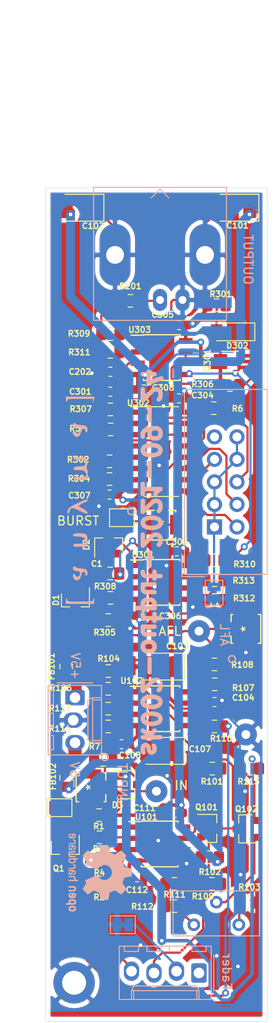
<source format=kicad_pcb>
(kicad_pcb (version 20171130) (host pcbnew "(5.1.5-0-10_14)")
  (layers (0 F.Cu signal) (31 B.Cu signal) (34 B.Paste user) (35 F.Paste user) (36 B.SilkS user) (37 F.SilkS user) (38 B.Mask user) (39 F.Mask user) (44 Edge.Cuts user))
  (net 0 "")
  (net 1 +5V)
  (net 2 GND)
  (net 3 -5V)
  (net 4 /supply+)
  (net 5 /supply-)
  (net 6 scale_cv)
  (net 7 bias_cv)
  (net 8 hsync)
  (net 9 porch)
  (net 10 /Resyncer/clipper_out)
  (net 11 "Net-(R310-Pad2)")
  (net 12 /Resyncer/synctip)
  (net 13 "Net-(C202-Pad1)")
  (net 14 "Net-(C301-Pad1)")
  (net 15 "Net-(D302-Pad2)")
  (net 16 genlock_delayed)
  (net 17 /scabi_in)
  (net 18 "Net-(Q101-PadB)")
  (net 19 "Net-(Q101-PadE)")
  (net 20 "Net-(Q101-PadC)")
  (net 21 "Net-(Q102-PadB)")
  (net 22 "Net-(Q102-PadE)")
  (net 23 "Net-(Q301-Pad2)")
  (net 24 "Net-(Q301-Pad4)")
  (net 25 "Net-(R101-Pad1)")
  (net 26 "Net-(R106-Pad2)")
  (net 27 "Net-(R107-Pad2)")
  (net 28 /scabi-out)
  (net 29 "Net-(R114-Pad2)")
  (net 30 "Net-(R116-Pad1)")
  (net 31 "Net-(R201-Pad1)")
  (net 32 "Net-(R307-Pad2)")
  (net 33 "Net-(R312-Pad1)")
  (net 34 "Net-(U302-Pad15)")
  (net 35 "Net-(J102-Pad2)")
  (net 36 "Net-(J105-Pad1)")
  (net 37 synkietxt)
  (net 38 synkietxt_enable)
  (net 39 "Net-(J106-Pad2)")
  (net 40 "Net-(J109-Pad2)")
  (net 41 "Net-(Q1-PadB)")
  (net 42 "Net-(Q1-PadE)")
  (net 43 "Net-(Q1-PadC)")
  (net 44 "Net-(R2-Pad1)")
  (net 45 "Net-(R5-Pad2)")
  (net 46 "Net-(R5-Pad1)")
  (net 47 "Net-(R6-Pad1)")
  (net 48 "Net-(R103-Pad2)")
  (net 49 "Net-(R112-Pad1)")
  (net 50 "Net-(C1-Pad2)")
  (net 51 "Net-(C1-Pad1)")
  (net 52 "Net-(D1-Pad1)")
  (net 53 "Net-(J1-Pad1)")
  (net 54 "Net-(D3-Pad3)")
  (module synkie_footprints:R_0805_2012Metric_Pad1.15x1.40mm_HandSolder (layer F.Cu) (at 158.475 106)
    (fp_text reference R7 (at -0.975 -1.5) (layer F.SilkS) (effects (font (size 0.65 0.65))))
    (fp_text value 75)
    (pad 2 smd roundrect (at 1.025 0) (size 1.15 1.4) (layers F.Cu F.Paste F.Mask) (roundrect_rratio 0.217391) (net 54 "Net-(D3-Pad3)"))
    (pad 1 smd roundrect (at -1.025 0) (size 1.15 1.4) (layers F.Cu F.Paste F.Mask) (roundrect_rratio 0.217391) (net 17 /scabi_in))
  )
  (module Package_TO_SOT_SMD:SOT-23 (layer F.Cu) (at 161.3 108.8)
    (fp_text reference D3 (at -1.2 2.3) (layer F.SilkS) (effects (font (size 0.65 0.65))))
    (fp_text value BAT54S)
    (pad 3 smd rect (at 1 0) (size 0.9 0.8) (layers F.Cu F.Paste F.Mask) (net 54 "Net-(D3-Pad3)"))
    (pad 2 smd rect (at -1 0.95) (size 0.9 0.8) (layers F.Cu F.Paste F.Mask) (net 1 +5V))
    (pad 1 smd rect (at -1 -0.95) (size 0.9 0.8) (layers F.Cu F.Paste F.Mask) (net 3 -5V))
  )
  (module synkie_footprints:Solderpad_1mm (layer F.Cu) (at 165 109.8)
    (fp_text reference J101 hide)
    (fp_text value Input)
    (pad 1 thru_hole circle (at -0.508 -0.254) (size 2.5 2.5) (drill 1) (layers *.Cu *.Mask) (net 17 /scabi_in))
  )
  (module Jumper:SolderJumper-2_P1.3mm_Bridged_Pad1.0x1.5mm (layer F.Cu) (at 160.6 78.7)
    (fp_text reference JP4 hide)
    (fp_text value Jumper_NC_Small)
    (fp_poly (pts (xy -0.25 -0.3) (xy 0.25 -0.3) (xy 0.25 0.3) (xy -0.25 0.3)) (layer F.Cu) (width 0))
    (pad 2 smd rect (at 0.65 0) (size 1 1.5) (layers F.Cu F.Mask) (net 40 "Net-(J109-Pad2)"))
    (pad 1 smd rect (at -0.65 0) (size 1 1.5) (layers F.Cu F.Mask) (net 2 GND))
  )
  (module Jumper:SolderJumper-2_P1.3mm_Bridged_Pad1.0x1.5mm (layer F.Cu) (at 153.55 111.4)
    (fp_text reference JP3 hide)
    (fp_text value Jumper_NC_Small)
    (fp_poly (pts (xy -0.25 -0.3) (xy 0.25 -0.3) (xy 0.25 0.3) (xy -0.25 0.3)) (layer F.Cu) (width 0))
    (pad 2 smd rect (at 0.65 0) (size 1 1.5) (layers F.Cu F.Mask) (net 39 "Net-(J106-Pad2)"))
    (pad 1 smd rect (at -0.65 0) (size 1 1.5) (layers F.Cu F.Mask) (net 2 GND))
  )
  (module Jumper:SolderJumper-2_P1.3mm_Bridged_Pad1.0x1.5mm (layer B.Cu) (at 171 87.15 90)
    (fp_text reference JP2 hide)
    (fp_text value Jumper_NC_Small)
    (fp_poly (pts (xy -0.25 0.3) (xy 0.25 0.3) (xy 0.25 -0.3) (xy -0.25 -0.3)) (layer B.Cu) (width 0))
    (pad 2 smd rect (at 0.65 0 90) (size 1 1.5) (layers B.Cu B.Mask) (net 36 "Net-(J105-Pad1)"))
    (pad 1 smd rect (at -0.65 0 90) (size 1 1.5) (layers B.Cu B.Mask) (net 2 GND))
  )
  (module Jumper:SolderJumper-2_P1.3mm_Bridged_Pad1.0x1.5mm (layer B.Cu) (at 160.7 124.6 180)
    (fp_text reference JP1 hide)
    (fp_text value Jumper_NC_Small)
    (fp_poly (pts (xy -0.25 0.3) (xy 0.25 0.3) (xy 0.25 -0.3) (xy -0.25 -0.3)) (layer B.Cu) (width 0))
    (pad 2 smd rect (at 0.65 0 180) (size 1 1.5) (layers B.Cu B.Mask) (net 2 GND))
    (pad 1 smd rect (at -0.65 0 180) (size 1 1.5) (layers B.Cu B.Mask) (net 35 "Net-(J102-Pad2)"))
  )
  (module synkie_footprints:Potentiometer_Bourns_3296Y_Vertical (layer B.Cu) (at 173.8 124.6)
    (fp_text reference RV1 hide)
    (fp_text value 10k)
    (pad 1 thru_hole circle (at 0 0) (size 1.44 1.44) (drill 0.8) (layers *.Cu *.Mask) (net 48 "Net-(R103-Pad2)"))
    (pad 2 thru_hole circle (at -2.54 -2.54) (size 1.44 1.44) (drill 0.8) (layers *.Cu *.Mask) (net 21 "Net-(Q102-PadB)"))
    (pad 3 thru_hole circle (at -5.08 0) (size 1.44 1.44) (drill 0.8) (layers *.Cu *.Mask) (net 49 "Net-(R112-Pad1)"))
  )
  (module synkie_footprints:SOIC-8_3.9x4.9mm_P1.27mm (layer F.Cu) (at 164.8488 115.4912)
    (fp_text reference U101 (at -1.4988 -3.0412) (layer F.SilkS) (effects (font (size 0.65 0.65))))
    (fp_text value LMH6643)
    (pad 8 smd rect (at 2.7 -1.905) (size 1.55 0.6) (layers F.Cu F.Paste F.Mask) (net 1 +5V))
    (pad 7 smd rect (at 2.7 -0.635) (size 1.55 0.6) (layers F.Cu F.Paste F.Mask) (net 18 "Net-(Q101-PadB)"))
    (pad 6 smd rect (at 2.7 0.635) (size 1.55 0.6) (layers F.Cu F.Paste F.Mask) (net 25 "Net-(R101-Pad1)"))
    (pad 5 smd rect (at 2.7 1.905) (size 1.55 0.6) (layers F.Cu F.Paste F.Mask) (net 2 GND))
    (pad 4 smd rect (at -2.7 1.905) (size 1.55 0.6) (layers F.Cu F.Paste F.Mask) (net 3 -5V))
    (pad 3 smd rect (at -2.7 0.635) (size 1.55 0.6) (layers F.Cu F.Paste F.Mask) (net 2 GND))
    (pad 2 smd rect (at -2.7 -0.635) (size 1.55 0.6) (layers F.Cu F.Paste F.Mask) (net 44 "Net-(R2-Pad1)"))
    (pad 1 smd rect (at -2.7 -1.905) (size 1.55 0.6) (layers F.Cu F.Paste F.Mask) (net 41 "Net-(Q1-PadB)"))
  )
  (module synkie_footprints:R_0805_2012Metric_Pad1.15x1.40mm_HandSolder (layer F.Cu) (at 170.9738 66.3412)
    (fp_text reference R6 (at 2.6762 0.0588) (layer F.SilkS) (effects (font (size 0.65 0.65))))
    (fp_text value 200)
    (pad 2 smd roundrect (at 1.025 0) (size 1.15 1.4) (layers F.Cu F.Paste F.Mask) (roundrect_rratio 0.217391) (net 37 synkietxt))
    (pad 1 smd roundrect (at -1.025 0) (size 1.15 1.4) (layers F.Cu F.Paste F.Mask) (roundrect_rratio 0.217391) (net 47 "Net-(R6-Pad1)"))
  )
  (module synkie_footprints:R_0805_2012Metric_Pad1.15x1.40mm_HandSolder (layer F.Cu) (at 159.3238 68.7412 180)
    (fp_text reference R5 (at 4.0238 0.0912) (layer F.SilkS) (effects (font (size 0.65 0.65))))
    (fp_text value 100)
    (pad 2 smd roundrect (at 1.025 0 180) (size 1.15 1.4) (layers F.Cu F.Paste F.Mask) (roundrect_rratio 0.217391) (net 45 "Net-(R5-Pad2)"))
    (pad 1 smd roundrect (at -1.025 0 180) (size 1.15 1.4) (layers F.Cu F.Paste F.Mask) (roundrect_rratio 0.217391) (net 46 "Net-(R5-Pad1)"))
  )
  (module synkie_footprints:R_0805_2012Metric_Pad1.15x1.40mm_HandSolder (layer F.Cu) (at 158.0238 117.2412)
    (fp_text reference R4 (at 0.0262 1.5088) (layer F.SilkS) (effects (font (size 0.65 0.65))))
    (fp_text value 22k)
    (pad 2 smd roundrect (at 1.025 0) (size 1.15 1.4) (layers F.Cu F.Paste F.Mask) (roundrect_rratio 0.217391) (net 44 "Net-(R2-Pad1)"))
    (pad 1 smd roundrect (at -1.025 0) (size 1.15 1.4) (layers F.Cu F.Paste F.Mask) (roundrect_rratio 0.217391) (net 3 -5V))
  )
  (module synkie_footprints:R_0805_2012Metric_Pad1.15x1.40mm_HandSolder (layer F.Cu) (at 158.0488 114.7412)
    (fp_text reference R3 (at -0.0988 1.3088) (layer F.SilkS) (effects (font (size 0.65 0.65))))
    (fp_text value 20k)
    (pad 2 smd roundrect (at 1.025 0) (size 1.15 1.4) (layers F.Cu F.Paste F.Mask) (roundrect_rratio 0.217391) (net 44 "Net-(R2-Pad1)"))
    (pad 1 smd roundrect (at -1.025 0) (size 1.15 1.4) (layers F.Cu F.Paste F.Mask) (roundrect_rratio 0.217391) (net 41 "Net-(Q1-PadB)"))
  )
  (module synkie_footprints:R_0805_2012Metric_Pad1.15x1.40mm_HandSolder (layer F.Cu) (at 158.025 119.85 180)
    (fp_text reference R2 (at 0 -1.65) (layer F.SilkS) (effects (font (size 0.65 0.65))))
    (fp_text value 12K)
    (pad 2 smd roundrect (at 1.025 0 180) (size 1.15 1.4) (layers F.Cu F.Paste F.Mask) (roundrect_rratio 0.217391) (net 6 scale_cv))
    (pad 1 smd roundrect (at -1.025 0 180) (size 1.15 1.4) (layers F.Cu F.Paste F.Mask) (roundrect_rratio 0.217391) (net 44 "Net-(R2-Pad1)"))
  )
  (module synkie_footprints:R_0805_2012Metric_Pad1.15x1.40mm_HandSolder (layer F.Cu) (at 158.0238 112.2412)
    (fp_text reference R1 (at -0.0238 1.2588) (layer F.SilkS) (effects (font (size 0.65 0.65))))
    (fp_text value 2k2)
    (pad 2 smd roundrect (at 1.025 0) (size 1.15 1.4) (layers F.Cu F.Paste F.Mask) (roundrect_rratio 0.217391) (net 1 +5V))
    (pad 1 smd roundrect (at -1.025 0) (size 1.15 1.4) (layers F.Cu F.Paste F.Mask) (roundrect_rratio 0.217391) (net 42 "Net-(Q1-PadE)"))
  )
  (module synkie_footprints:SOT-23_BEC (layer F.Cu) (at 154.2 115.9 270)
    (fp_text reference Q1 (at 2.35 0.75 180) (layer F.SilkS) (effects (font (size 0.65 0.65))))
    (fp_text value PNP)
    (pad B smd rect (at -1 -0.95 270) (size 0.9 0.8) (layers F.Cu F.Paste F.Mask) (net 41 "Net-(Q1-PadB)"))
    (pad E smd rect (at -1 0.95 270) (size 0.9 0.8) (layers F.Cu F.Paste F.Mask) (net 42 "Net-(Q1-PadE)"))
    (pad C smd rect (at 1 0 270) (size 0.9 0.8) (layers F.Cu F.Paste F.Mask) (net 43 "Net-(Q1-PadC)"))
  )
  (module synkie_footprints:D_SOT-23_ANK (layer F.Cu) (at 159.0988 81.7412 90)
    (fp_text reference D2 (at 0 -2.5 90) (layer F.SilkS) (effects (font (size 0.65 0.65))))
    (fp_text value BAT54)
    (pad 1 smd rect (at 1 0 90) (size 0.9 0.8) (layers F.Cu F.Paste F.Mask) (net 51 "Net-(C1-Pad1)"))
    (pad "" smd rect (at -1 0.95 90) (size 0.9 0.8) (layers F.Cu F.Paste F.Mask))
    (pad 2 smd rect (at -1 -0.95 90) (size 0.9 0.8) (layers F.Cu F.Paste F.Mask) (net 50 "Net-(C1-Pad2)"))
  )
  (module synkie_footprints:D_SOT-23_ANK (layer F.Cu) (at 155.3488 87.9912 270)
    (fp_text reference D1 (at 0 2.1988 90) (layer F.SilkS) (effects (font (size 0.65 0.65))))
    (fp_text value BAT54)
    (pad 1 smd rect (at 1 0 270) (size 0.9 0.8) (layers F.Cu F.Paste F.Mask) (net 52 "Net-(D1-Pad1)"))
    (pad "" smd rect (at -1 0.95 270) (size 0.9 0.8) (layers F.Cu F.Paste F.Mask))
    (pad 2 smd rect (at -1 -0.95 270) (size 0.9 0.8) (layers F.Cu F.Paste F.Mask) (net 51 "Net-(C1-Pad1)"))
  )
  (module synkie_footprints:TE_UMCC_2337019-1 (layer F.Cu) (at 165.051299 79.540599)
    (fp_text reference J109 hide)
    (fp_text value "INPUT from Masterfaders" hide)
    (fp_text user * (at 0 0) (layer F.SilkS))
    (pad 1 smd rect (at 0 -1.5744) (size 1 1.05) (layers F.Cu F.Paste F.Mask) (net 16 genlock_delayed))
    (pad 2 smd rect (at -1.497501 -0.049399) (size 1.0414 2.2098) (layers F.Cu F.Paste F.Mask) (net 40 "Net-(J109-Pad2)"))
    (pad 3 smd rect (at 1.497501 -0.049399) (size 1.0414 2.2098) (layers F.Cu F.Paste F.Mask) (net 40 "Net-(J109-Pad2)"))
  )
  (module synkie_footprints:TE_UMCC_2337019-1 (layer F.Cu) (at 174.598199 91.238701 90)
    (fp_text reference J108 hide)
    (fp_text value AFL-OUT hide)
    (fp_text user * (at 0 0 90) (layer F.SilkS))
    (pad 1 smd rect (at 0 -1.5744 90) (size 1 1.05) (layers F.Cu F.Paste F.Mask) (net 28 /scabi-out))
    (pad 2 smd rect (at -1.497501 -0.049399 90) (size 1.0414 2.2098) (layers F.Cu F.Paste F.Mask) (net 2 GND))
    (pad 3 smd rect (at 1.497501 -0.049399 90) (size 1.0414 2.2098) (layers F.Cu F.Paste F.Mask) (net 2 GND))
  )
  (module synkie_footprints:Solderpad_1mm (layer F.Cu) (at 169.8068 91.7452)
    (fp_text reference J107 hide)
    (fp_text value AFL-OUT)
    (pad 1 thru_hole circle (at -0.508 -0.254) (size 2.5 2.5) (drill 1) (layers *.Cu *.Mask) (net 28 /scabi-out))
  )
  (module synkie_footprints:TE_UMCC_2337019-1 (layer F.Cu) (at 157.1 109.102499 270)
    (fp_text reference J106 hide)
    (fp_text value "INPUT from Mixbus" hide)
    (fp_text user * (at 0 0 90) (layer F.SilkS))
    (pad 1 smd rect (at 0 -1.5744 270) (size 1 1.05) (layers F.Cu F.Paste F.Mask) (net 17 /scabi_in))
    (pad 2 smd rect (at -1.497501 -0.049399 270) (size 1.0414 2.2098) (layers F.Cu F.Paste F.Mask) (net 39 "Net-(J106-Pad2)"))
    (pad 3 smd rect (at 1.497501 -0.049399 270) (size 1.0414 2.2098) (layers F.Cu F.Paste F.Mask) (net 39 "Net-(J106-Pad2)"))
  )
  (module Symbol:OSHW-Logo2_9.8x8mm_SilkScreen (layer B.Cu) (at 158 118.7 90)
    (fp_text reference U3 hide)
    (fp_text value LOGO hide)
  )
  (module anyma_footprints:logo_anyma (layer B.Cu) (at 155.7988 76.6412 90)
    (fp_text reference U2 hide)
    (fp_text value LOGO hide)
  )
  (module MountingHole:MountingHole_2.7mm_M2.5_DIN965_Pad (layer F.Cu) (at 155.1988 131.1412)
    (fp_text reference H1 hide)
    (fp_text value MountingHole_Pad)
    (pad 1 thru_hole circle (at 0 0) (size 4.7 4.7) (drill 2.7) (layers *.Cu *.Mask) (net 2 GND))
  )
  (module synkie_footprints:L_0805_2012Metric_Pad1.15x1.40mm_HandSolder (layer F.Cu) (at 154.2988 108.0162 270)
    (fp_text reference FB102 (at -0.125 1.5 90) (layer F.SilkS) (effects (font (size 0.65 0.65))))
    (fp_text value 330u)
    (pad 1 smd roundrect (at -1.025 0 270) (size 1.15 1.4) (layers F.Cu F.Paste F.Mask) (roundrect_rratio 0.217391) (net 5 /supply-))
    (pad 2 smd roundrect (at 1.025 0 270) (size 1.15 1.4) (layers F.Cu F.Paste F.Mask) (roundrect_rratio 0.217391) (net 3 -5V))
  )
  (module synkie_footprints:L_0805_2012Metric_Pad1.15x1.40mm_HandSolder (layer F.Cu) (at 154.2988 95.4787 90)
    (fp_text reference FB101 (at 0 -1.65 90) (layer F.SilkS) (effects (font (size 0.65 0.65))))
    (fp_text value 330u)
    (pad 1 smd roundrect (at -1.025 0 90) (size 1.15 1.4) (layers F.Cu F.Paste F.Mask) (roundrect_rratio 0.217391) (net 4 /supply+))
    (pad 2 smd roundrect (at 1.025 0 90) (size 1.15 1.4) (layers F.Cu F.Paste F.Mask) (roundrect_rratio 0.217391) (net 1 +5V))
  )
  (module synkie_footprints:SOIC-8_3.9x4.9mm_P1.27mm (layer F.Cu) (at 165.0488 85.9912)
    (fp_text reference U301 (at -2.05 -3.1) (layer F.SilkS) (effects (font (size 0.65 0.65))))
    (fp_text value LMH6643)
    (pad 8 smd rect (at 2.7 -1.905) (size 1.55 0.6) (layers F.Cu F.Paste F.Mask) (net 1 +5V))
    (pad 7 smd rect (at 2.7 -0.635) (size 1.55 0.6) (layers F.Cu F.Paste F.Mask) (net 11 "Net-(R310-Pad2)"))
    (pad 6 smd rect (at 2.7 0.635) (size 1.55 0.6) (layers F.Cu F.Paste F.Mask) (net 33 "Net-(R312-Pad1)"))
    (pad 5 smd rect (at 2.7 1.905) (size 1.55 0.6) (layers F.Cu F.Paste F.Mask) (net 2 GND))
    (pad 4 smd rect (at -2.7 1.905) (size 1.55 0.6) (layers F.Cu F.Paste F.Mask) (net 3 -5V))
    (pad 3 smd rect (at -2.7 0.635) (size 1.55 0.6) (layers F.Cu F.Paste F.Mask) (net 2 GND))
    (pad 2 smd rect (at -2.7 -0.635) (size 1.55 0.6) (layers F.Cu F.Paste F.Mask) (net 52 "Net-(D1-Pad1)"))
    (pad 1 smd rect (at -2.7 -1.905) (size 1.55 0.6) (layers F.Cu F.Paste F.Mask) (net 51 "Net-(C1-Pad1)"))
  )
  (module synkie_footprints:SOIC-8_3.9x4.9mm_P1.27mm (layer F.Cu) (at 165.0488 100.2412)
    (fp_text reference U102 (at -3.35 -3.15) (layer F.SilkS) (effects (font (size 0.65 0.65))))
    (fp_text value LT1228)
    (pad 8 smd rect (at 2.7 -1.905) (size 1.55 0.6) (layers F.Cu F.Paste F.Mask) (net 27 "Net-(R107-Pad2)"))
    (pad 7 smd rect (at 2.7 -0.635) (size 1.55 0.6) (layers F.Cu F.Paste F.Mask) (net 1 +5V))
    (pad 6 smd rect (at 2.7 0.635) (size 1.55 0.6) (layers F.Cu F.Paste F.Mask) (net 28 /scabi-out))
    (pad 5 smd rect (at 2.7 1.905) (size 1.55 0.6) (layers F.Cu F.Paste F.Mask) (net 30 "Net-(R116-Pad1)"))
    (pad 4 smd rect (at -2.7 1.905) (size 1.55 0.6) (layers F.Cu F.Paste F.Mask) (net 3 -5V))
    (pad 3 smd rect (at -2.7 0.635) (size 1.55 0.6) (layers F.Cu F.Paste F.Mask) (net 29 "Net-(R114-Pad2)"))
    (pad 2 smd rect (at -2.7 -0.635) (size 1.55 0.6) (layers F.Cu F.Paste F.Mask) (net 26 "Net-(R106-Pad2)"))
    (pad 1 smd rect (at -2.7 -1.905) (size 1.55 0.6) (layers F.Cu F.Paste F.Mask) (net 20 "Net-(Q101-PadC)"))
  )
  (module synkie_footprints:R_0805_2012Metric_Pad1.15x1.40mm_HandSolder (layer F.Cu) (at 171.0488 85.7412)
    (fp_text reference R313 (at 3.3 0.05) (layer F.SilkS) (effects (font (size 0.65 0.65))))
    (fp_text value 75)
    (pad 2 smd roundrect (at 1.025 0) (size 1.15 1.4) (layers F.Cu F.Paste F.Mask) (roundrect_rratio 0.217391) (net 33 "Net-(R312-Pad1)"))
    (pad 1 smd roundrect (at -1.025 0) (size 1.15 1.4) (layers F.Cu F.Paste F.Mask) (roundrect_rratio 0.217391) (net 11 "Net-(R310-Pad2)"))
  )
  (module synkie_footprints:R_0805_2012Metric_Pad1.15x1.40mm_HandSolder (layer F.Cu) (at 171.0488 87.9912)
    (fp_text reference R312 (at 3.35 -0.2) (layer F.SilkS) (effects (font (size 0.65 0.65))))
    (fp_text value 75)
    (pad 2 smd roundrect (at 1.025 0) (size 1.15 1.4) (layers F.Cu F.Paste F.Mask) (roundrect_rratio 0.217391) (net 50 "Net-(C1-Pad2)"))
    (pad 1 smd roundrect (at -1.025 0) (size 1.15 1.4) (layers F.Cu F.Paste F.Mask) (roundrect_rratio 0.217391) (net 33 "Net-(R312-Pad1)"))
  )
  (module synkie_footprints:R_0805_2012Metric_Pad1.15x1.40mm_HandSolder (layer F.Cu) (at 159.2988 87.7412)
    (fp_text reference R308 (at -0.6 -1.3) (layer F.SilkS) (effects (font (size 0.65 0.65))))
    (fp_text value 75)
    (pad 2 smd roundrect (at 1.025 0) (size 1.15 1.4) (layers F.Cu F.Paste F.Mask) (roundrect_rratio 0.217391) (net 52 "Net-(D1-Pad1)"))
    (pad 1 smd roundrect (at -1.025 0) (size 1.15 1.4) (layers F.Cu F.Paste F.Mask) (roundrect_rratio 0.217391) (net 50 "Net-(C1-Pad2)"))
  )
  (module synkie_footprints:R_0805_2012Metric_Pad1.15x1.40mm_HandSolder (layer F.Cu) (at 159.0488 90.2412)
    (fp_text reference R305 (at -0.4 1.4) (layer F.SilkS) (effects (font (size 0.65 0.65))))
    (fp_text value 75)
    (pad 2 smd roundrect (at 1.025 0) (size 1.15 1.4) (layers F.Cu F.Paste F.Mask) (roundrect_rratio 0.217391) (net 28 /scabi-out))
    (pad 1 smd roundrect (at -1.025 0) (size 1.15 1.4) (layers F.Cu F.Paste F.Mask) (roundrect_rratio 0.217391) (net 52 "Net-(D1-Pad1)"))
  )
  (module synkie_footprints:R_0805_2012Metric_Pad1.15x1.40mm_HandSolder (layer F.Cu) (at 161.5488 54.2412)
    (fp_text reference R201 (at 0 -1.65) (layer F.SilkS) (effects (font (size 0.65 0.65))))
    (fp_text value 75)
    (pad 2 smd roundrect (at 1.025 0) (size 1.15 1.4) (layers F.Cu F.Paste F.Mask) (roundrect_rratio 0.217391) (net 53 "Net-(J1-Pad1)"))
    (pad 1 smd roundrect (at -1.025 0) (size 1.15 1.4) (layers F.Cu F.Paste F.Mask) (roundrect_rratio 0.217391) (net 31 "Net-(R201-Pad1)"))
  )
  (module synkie_footprints:R_0805_2012Metric_Pad1.15x1.40mm_HandSolder (layer F.Cu) (at 159.0488 100.2412)
    (fp_text reference R117 (at -5.45 -0.05) (layer F.SilkS) (effects (font (size 0.65 0.65))))
    (fp_text value 1k)
    (pad 2 smd roundrect (at 1.025 0) (size 1.15 1.4) (layers F.Cu F.Paste F.Mask) (roundrect_rratio 0.217391) (net 29 "Net-(R114-Pad2)"))
    (pad 1 smd roundrect (at -1.025 0) (size 1.15 1.4) (layers F.Cu F.Paste F.Mask) (roundrect_rratio 0.217391) (net 2 GND))
  )
  (module synkie_footprints:R_0805_2012Metric_Pad1.15x1.40mm_HandSolder (layer F.Cu) (at 171.0488 102.2412)
    (fp_text reference R116 (at 0.75 1.35) (layer F.SilkS) (effects (font (size 0.65 0.65))))
    (fp_text value 1k)
    (pad 2 smd roundrect (at 1.025 0) (size 1.15 1.4) (layers F.Cu F.Paste F.Mask) (roundrect_rratio 0.217391) (net 43 "Net-(Q1-PadC)"))
    (pad 1 smd roundrect (at -1.025 0) (size 1.15 1.4) (layers F.Cu F.Paste F.Mask) (roundrect_rratio 0.217391) (net 30 "Net-(R116-Pad1)"))
  )
  (module synkie_footprints:R_0805_2012Metric_Pad1.15x1.40mm_HandSolder (layer F.Cu) (at 159.0488 102.2412)
    (fp_text reference R114 (at -5.45 0.25) (layer F.SilkS) (effects (font (size 0.65 0.65))))
    (fp_text value 10k)
    (pad 2 smd roundrect (at 1.025 0) (size 1.15 1.4) (layers F.Cu F.Paste F.Mask) (roundrect_rratio 0.217391) (net 29 "Net-(R114-Pad2)"))
    (pad 1 smd roundrect (at -1.025 0) (size 1.15 1.4) (layers F.Cu F.Paste F.Mask) (roundrect_rratio 0.217391) (net 54 "Net-(D3-Pad3)"))
  )
  (module synkie_footprints:R_0805_2012Metric_Pad1.15x1.40mm_HandSolder (layer F.Cu) (at 175.0488 106.9912)
    (fp_text reference R113 (at -0.1488 1.4588) (layer F.SilkS) (effects (font (size 0.65 0.65))))
    (fp_text value 3k3)
    (pad 2 smd roundrect (at 1.025 0) (size 1.15 1.4) (layers F.Cu F.Paste F.Mask) (roundrect_rratio 0.217391) (net 3 -5V))
    (pad 1 smd roundrect (at -1.025 0) (size 1.15 1.4) (layers F.Cu F.Paste F.Mask) (roundrect_rratio 0.217391) (net 22 "Net-(Q102-PadE)"))
  )
  (module synkie_footprints:R_0805_2012Metric_Pad1.15x1.40mm_HandSolder (layer F.Cu) (at 166.525 122.5 180)
    (fp_text reference R112 (at 3.625 -0.05) (layer F.SilkS) (effects (font (size 0.65 0.65))))
    (fp_text value 5k)
    (pad 2 smd roundrect (at 1.025 0 180) (size 1.15 1.4) (layers F.Cu F.Paste F.Mask) (roundrect_rratio 0.217391) (net 3 -5V))
    (pad 1 smd roundrect (at -1.025 0 180) (size 1.15 1.4) (layers F.Cu F.Paste F.Mask) (roundrect_rratio 0.217391) (net 49 "Net-(R112-Pad1)"))
  )
  (module synkie_footprints:R_0805_2012Metric_Pad1.15x1.40mm_HandSolder (layer F.Cu) (at 166.5238 119.9912 180)
    (fp_text reference R111 (at -0.0262 -1.2088) (layer F.SilkS) (effects (font (size 0.65 0.65))))
    (fp_text value 15k)
    (pad 2 smd roundrect (at 1.025 0 180) (size 1.15 1.4) (layers F.Cu F.Paste F.Mask) (roundrect_rratio 0.217391) (net 3 -5V))
    (pad 1 smd roundrect (at -1.025 0 180) (size 1.15 1.4) (layers F.Cu F.Paste F.Mask) (roundrect_rratio 0.217391) (net 25 "Net-(R101-Pad1)"))
  )
  (module synkie_footprints:R_0805_2012Metric_Pad1.15x1.40mm_HandSolder (layer F.Cu) (at 170.7738 119.9912 180)
    (fp_text reference R109 (at 1.0238 -1.4088) (layer F.SilkS) (effects (font (size 0.65 0.65))))
    (fp_text value 5.1k)
    (pad 2 smd roundrect (at 1.025 0 180) (size 1.15 1.4) (layers F.Cu F.Paste F.Mask) (roundrect_rratio 0.217391) (net 25 "Net-(R101-Pad1)"))
    (pad 1 smd roundrect (at -1.025 0 180) (size 1.15 1.4) (layers F.Cu F.Paste F.Mask) (roundrect_rratio 0.217391) (net 7 bias_cv))
  )
  (module synkie_footprints:R_0805_2012Metric_Pad1.15x1.40mm_HandSolder (layer F.Cu) (at 171.0488 95.2412 180)
    (fp_text reference R108 (at -3.15 -0.05) (layer F.SilkS) (effects (font (size 0.65 0.65))))
    (fp_text value 100)
    (pad 2 smd roundrect (at 1.025 0 180) (size 1.15 1.4) (layers F.Cu F.Paste F.Mask) (roundrect_rratio 0.217391) (net 27 "Net-(R107-Pad2)"))
    (pad 1 smd roundrect (at -1.025 0 180) (size 1.15 1.4) (layers F.Cu F.Paste F.Mask) (roundrect_rratio 0.217391) (net 2 GND))
  )
  (module synkie_footprints:R_0805_2012Metric_Pad1.15x1.40mm_HandSolder (layer F.Cu) (at 171.0738 97.4912 180)
    (fp_text reference R107 (at -3.225 -0.4) (layer F.SilkS) (effects (font (size 0.65 0.65))))
    (fp_text value 1k)
    (pad 2 smd roundrect (at 1.025 0 180) (size 1.15 1.4) (layers F.Cu F.Paste F.Mask) (roundrect_rratio 0.217391) (net 27 "Net-(R107-Pad2)"))
    (pad 1 smd roundrect (at -1.025 0 180) (size 1.15 1.4) (layers F.Cu F.Paste F.Mask) (roundrect_rratio 0.217391) (net 28 /scabi-out))
  )
  (module synkie_footprints:R_0805_2012Metric_Pad1.15x1.40mm_HandSolder (layer F.Cu) (at 159.0488 97.9912)
    (fp_text reference R106 (at -5.35 -0.1) (layer F.SilkS) (effects (font (size 0.65 0.65))))
    (fp_text value 560)
    (pad 2 smd roundrect (at 1.025 0) (size 1.15 1.4) (layers F.Cu F.Paste F.Mask) (roundrect_rratio 0.217391) (net 26 "Net-(R106-Pad2)"))
    (pad 1 smd roundrect (at -1.025 0) (size 1.15 1.4) (layers F.Cu F.Paste F.Mask) (roundrect_rratio 0.217391) (net 2 GND))
  )
  (module synkie_footprints:R_0805_2012Metric_Pad1.15x1.40mm_HandSolder (layer F.Cu) (at 159.0488 95.9912)
    (fp_text reference R104 (at 0.05 -1.4) (layer F.SilkS) (effects (font (size 0.65 0.65))))
    (fp_text value 300)
    (pad 2 smd roundrect (at 1.025 0) (size 1.15 1.4) (layers F.Cu F.Paste F.Mask) (roundrect_rratio 0.217391) (net 20 "Net-(Q101-PadC)"))
    (pad 1 smd roundrect (at -1.025 0) (size 1.15 1.4) (layers F.Cu F.Paste F.Mask) (roundrect_rratio 0.217391) (net 2 GND))
  )
  (module synkie_footprints:R_0805_2012Metric_Pad1.15x1.40mm_HandSolder (layer F.Cu) (at 174.875 122.1 180)
    (fp_text reference R103 (at -0.125 1.75) (layer F.SilkS) (effects (font (size 0.65 0.65))))
    (fp_text value 5k)
    (pad 2 smd roundrect (at 1.025 0 180) (size 1.15 1.4) (layers F.Cu F.Paste F.Mask) (roundrect_rratio 0.217391) (net 48 "Net-(R103-Pad2)"))
    (pad 1 smd roundrect (at -1.025 0 180) (size 1.15 1.4) (layers F.Cu F.Paste F.Mask) (roundrect_rratio 0.217391) (net 2 GND))
  )
  (module synkie_footprints:R_0805_2012Metric_Pad1.15x1.40mm_HandSolder (layer F.Cu) (at 170.5238 116.9912 180)
    (fp_text reference R102 (at 0 -1.65) (layer F.SilkS) (effects (font (size 0.65 0.65))))
    (fp_text value 3k3)
    (pad 2 smd roundrect (at 1.025 0 180) (size 1.15 1.4) (layers F.Cu F.Paste F.Mask) (roundrect_rratio 0.217391) (net 19 "Net-(Q101-PadE)"))
    (pad 1 smd roundrect (at -1.025 0 180) (size 1.15 1.4) (layers F.Cu F.Paste F.Mask) (roundrect_rratio 0.217391) (net 1 +5V))
  )
  (module synkie_footprints:R_0805_2012Metric_Pad1.15x1.40mm_HandSolder (layer F.Cu) (at 170.7988 106.9912 180)
    (fp_text reference R101 (at 0.0488 -1.4588) (layer F.SilkS) (effects (font (size 0.65 0.65))))
    (fp_text value 10k)
    (pad 2 smd roundrect (at 1.025 0 180) (size 1.15 1.4) (layers F.Cu F.Paste F.Mask) (roundrect_rratio 0.217391) (net 18 "Net-(Q101-PadB)"))
    (pad 1 smd roundrect (at -1.025 0 180) (size 1.15 1.4) (layers F.Cu F.Paste F.Mask) (roundrect_rratio 0.217391) (net 25 "Net-(R101-Pad1)"))
  )
  (module synkie_footprints:SOT-23_BEC (layer F.Cu) (at 174.5488 113.7912 180)
    (fp_text reference Q102 (at -0.1012 2.2412) (layer F.SilkS) (effects (font (size 0.65 0.65))))
    (fp_text value BC847)
    (pad B smd rect (at -1 -0.95 180) (size 0.9 0.8) (layers F.Cu F.Paste F.Mask) (net 21 "Net-(Q102-PadB)"))
    (pad E smd rect (at -1 0.95 180) (size 0.9 0.8) (layers F.Cu F.Paste F.Mask) (net 22 "Net-(Q102-PadE)"))
    (pad C smd rect (at 1 0 180) (size 0.9 0.8) (layers F.Cu F.Paste F.Mask) (net 20 "Net-(Q101-PadC)"))
  )
  (module synkie_footprints:SOT-23_BEC (layer F.Cu) (at 170.5488 113.7412)
    (fp_text reference Q101 (at -0.3988 -2.3912) (layer F.SilkS) (effects (font (size 0.65 0.65))))
    (fp_text value PNP)
    (pad B smd rect (at -1 -0.95) (size 0.9 0.8) (layers F.Cu F.Paste F.Mask) (net 18 "Net-(Q101-PadB)"))
    (pad E smd rect (at -1 0.95) (size 0.9 0.8) (layers F.Cu F.Paste F.Mask) (net 19 "Net-(Q101-PadE)"))
    (pad C smd rect (at 1 0) (size 0.9 0.8) (layers F.Cu F.Paste F.Mask) (net 20 "Net-(Q101-PadC)"))
  )
  (module synkie_footprints:BNC_MOLEX_0731000080_Horizontal (layer B.Cu) (at 164.8988 54.1412 180)
    (fp_text reference J1 hide)
    (fp_text value Conn_Coaxial)
    (pad 2 thru_hole oval (at -5.08 5.08 180) (size 3.5 7) (drill 2.01) (layers *.Cu *.Mask) (net 2 GND))
    (pad 2 thru_hole oval (at 5.08 5.08 180) (size 3.5 7) (drill 2.01) (layers *.Cu *.Mask) (net 2 GND))
    (pad 1 thru_hole oval (at 0 0 180) (size 1.6 2.5) (drill 0.89) (layers *.Cu *.Mask) (net 53 "Net-(J1-Pad1)"))
    (pad 2 thru_hole oval (at -2.54 0 180) (size 1.6 2.5) (drill 0.89) (layers *.Cu *.Mask) (net 2 GND))
  )
  (module synkie_footprints:Molex_KK-254_AE-6410-04A_1x04_P2.54mm_Vertical (layer B.Cu) (at 169.2988 130.0412 180)
    (fp_text reference J102 hide)
    (fp_text value FROM-MASTERFADERS)
    (pad 1 thru_hole roundrect (at 0 0 180) (size 1.74 2.2) (drill 1.2) (layers *.Cu *.Mask) (roundrect_rratio 0.143678))
    (pad 2 thru_hole oval (at 2.54 0.2 180) (size 1.74 2.2) (drill 1.2) (layers *.Cu *.Mask) (net 35 "Net-(J102-Pad2)"))
    (pad 3 thru_hole oval (at 5.08 0 180) (size 1.74 2.2) (drill 1.2) (layers *.Cu *.Mask) (net 7 bias_cv))
    (pad 4 thru_hole oval (at 7.62 0.2 180) (size 1.74 2.2) (drill 1.2) (layers *.Cu *.Mask) (net 6 scale_cv))
  )
  (module synkie_footprints:C_0603_1608Metric_Pad1.05x0.95mm_HandSolder (layer F.Cu) (at 159.2988 62.2412 180)
    (fp_text reference C202 (at 3.45 0) (layer F.SilkS) (effects (font (size 0.65 0.65))))
    (fp_text value 10p)
    (pad 2 smd roundrect (at 0.875 0 180) (size 1.05 0.95) (layers F.Cu F.Paste F.Mask) (net 2 GND))
    (pad 1 smd roundrect (at -0.875 0 180) (size 1.05 0.95) (layers F.Cu F.Paste F.Mask) (net 13 "Net-(C202-Pad1)"))
  )
  (module synkie_footprints:C_0805_2012Metric_Pad1.15x1.40mm_HandSolder (layer F.Cu) (at 159.2738 84.9912)
    (fp_text reference C1 (at -1.525 -1.1) (layer F.SilkS) (effects (font (size 0.65 0.65))))
    (fp_text value 1n)
    (pad 2 smd roundrect (at 1.025 0) (size 1.15 1.4) (layers F.Cu F.Paste F.Mask) (roundrect_rratio 0.217391) (net 50 "Net-(C1-Pad2)"))
    (pad 1 smd roundrect (at -1.025 0) (size 1.15 1.4) (layers F.Cu F.Paste F.Mask) (roundrect_rratio 0.217391) (net 51 "Net-(C1-Pad1)"))
  )
  (module synkie_footprints:C_0603_1608Metric_Pad1.05x0.95mm_HandSolder (layer F.Cu) (at 162.2988 119.2412 180)
    (fp_text reference C112 (at 0 -1.43) (layer F.SilkS) (effects (font (size 0.65 0.65))))
    (fp_text value 100n)
    (pad 2 smd roundrect (at 0.875 0 180) (size 1.05 0.95) (layers F.Cu F.Paste F.Mask) (net 3 -5V))
    (pad 1 smd roundrect (at -0.875 0 180) (size 1.05 0.95) (layers F.Cu F.Paste F.Mask) (net 2 GND))
  )
  (module synkie_footprints:C_0603_1608Metric_Pad1.05x0.95mm_HandSolder (layer F.Cu) (at 166.5488 111.9912)
    (fp_text reference C111 (at -3.4 -0.55) (layer F.SilkS) (effects (font (size 0.65 0.65))))
    (fp_text value 100n)
    (pad 2 smd roundrect (at 0.875 0) (size 1.05 0.95) (layers F.Cu F.Paste F.Mask) (net 1 +5V))
    (pad 1 smd roundrect (at -0.875 0) (size 1.05 0.95) (layers F.Cu F.Paste F.Mask) (net 2 GND))
  )
  (module synkie_footprints:C_0603_1608Metric_Pad1.05x0.95mm_HandSolder (layer F.Cu) (at 160.5488 104.2412)
    (fp_text reference C108 (at 0.95 1.25) (layer F.SilkS) (effects (font (size 0.65 0.65))))
    (fp_text value 100n)
    (pad 2 smd roundrect (at 0.875 0) (size 1.05 0.95) (layers F.Cu F.Paste F.Mask) (net 3 -5V))
    (pad 1 smd roundrect (at -0.875 0) (size 1.05 0.95) (layers F.Cu F.Paste F.Mask) (net 2 GND))
  )
  (module synkie_footprints:CP_EIA-3528-21_Kemet-B_Pad1.50x2.35mm_HandSolder (layer F.Cu) (at 165.0238 104.9912 180)
    (fp_text reference C107 (at -4.375 0.2) (layer F.SilkS) (effects (font (size 0.65 0.65))))
    (fp_text value 4u7)
    (pad 2 smd roundrect (at 1.625 0 180) (size 1.5 2.35) (layers F.Cu F.Paste F.Mask) (roundrect_rratio 0.166667) (net 3 -5V))
    (pad 1 smd roundrect (at -1.625 0 180) (size 1.5 2.35) (layers F.Cu F.Paste F.Mask) (roundrect_rratio 0.166667) (net 2 GND))
  )
  (module synkie_footprints:C_0603_1608Metric_Pad1.05x0.95mm_HandSolder (layer F.Cu) (at 171.0488 99.4912 180)
    (fp_text reference C104 (at -3.25 0.5) (layer F.SilkS) (effects (font (size 0.65 0.65))))
    (fp_text value 100n)
    (pad 2 smd roundrect (at 0.875 0 180) (size 1.05 0.95) (layers F.Cu F.Paste F.Mask) (net 1 +5V))
    (pad 1 smd roundrect (at -0.875 0 180) (size 1.05 0.95) (layers F.Cu F.Paste F.Mask) (net 2 GND))
  )
  (module synkie_footprints:CP_EIA-3528-21_Kemet-B_Pad1.50x2.35mm_HandSolder (layer F.Cu) (at 165.0238 95.4912 180)
    (fp_text reference C103 (at -1.825 2.3) (layer F.SilkS) (effects (font (size 0.65 0.65))))
    (fp_text value 4u7)
    (pad 2 smd roundrect (at 1.625 0 180) (size 1.5 2.35) (layers F.Cu F.Paste F.Mask) (roundrect_rratio 0.166667) (net 2 GND))
    (pad 1 smd roundrect (at -1.625 0 180) (size 1.5 2.35) (layers F.Cu F.Paste F.Mask) (roundrect_rratio 0.166667) (net 1 +5V))
  )
  (module synkie_footprints:R_0805_2012Metric_Pad1.15x1.40mm_HandSolder (layer F.Cu) (at 172.7988 63.7412)
    (fp_text reference R306 (at -3.0988 -0.0912) (layer F.SilkS) (effects (font (size 0.65 0.65))))
    (fp_text value 5k6)
    (pad 2 smd roundrect (at 1.025 0) (size 1.15 1.4) (layers F.Cu F.Paste F.Mask) (roundrect_rratio 0.217391) (net 23 "Net-(Q301-Pad2)"))
    (pad 1 smd roundrect (at -1.025 0) (size 1.15 1.4) (layers F.Cu F.Paste F.Mask) (roundrect_rratio 0.217391) (net 3 -5V))
  )
  (module synkie_footprints:SOIC-8_3.9x4.9mm_P1.27mm (layer F.Cu) (at 165.0988 60.6412)
    (fp_text reference U303 (at -2.5044 -3.1388) (layer F.SilkS) (effects (font (size 0.65 0.65))))
    (fp_text value LMH6643)
    (pad 8 smd rect (at 2.7 -1.905) (size 1.55 0.6) (layers F.Cu F.Paste F.Mask) (net 1 +5V))
    (pad 7 smd rect (at 2.7 -0.635) (size 1.55 0.6) (layers F.Cu F.Paste F.Mask) (net 10 /Resyncer/clipper_out))
    (pad 6 smd rect (at 2.7 0.635) (size 1.55 0.6) (layers F.Cu F.Paste F.Mask) (net 10 /Resyncer/clipper_out))
    (pad 5 smd rect (at 2.7 1.905) (size 1.55 0.6) (layers F.Cu F.Paste F.Mask) (net 24 "Net-(Q301-Pad4)"))
    (pad 4 smd rect (at -2.7 1.905) (size 1.55 0.6) (layers F.Cu F.Paste F.Mask) (net 3 -5V))
    (pad 3 smd rect (at -2.7 0.635) (size 1.55 0.6) (layers F.Cu F.Paste F.Mask) (net 14 "Net-(C301-Pad1)"))
    (pad 2 smd rect (at -2.7 -0.635) (size 1.55 0.6) (layers F.Cu F.Paste F.Mask) (net 13 "Net-(C202-Pad1)"))
    (pad 1 smd rect (at -2.7 -1.905) (size 1.55 0.6) (layers F.Cu F.Paste F.Mask) (net 31 "Net-(R201-Pad1)"))
  )
  (module Package_SO:SOIC-16_3.9x9.9mm_P1.27mm (layer F.Cu) (at 165.0488 71.2412)
    (fp_text reference U302 (at -2.5992 -5.4876) (layer F.SilkS) (effects (font (size 0.65 0.65))))
    (fp_text value 4053)
    (pad 16 smd roundrect (at 2.475 -4.445) (size 1.95 0.6) (layers F.Cu F.Paste F.Mask) (net 1 +5V))
    (pad 15 smd roundrect (at 2.475 -3.175) (size 1.95 0.6) (layers F.Cu F.Paste F.Mask) (net 34 "Net-(U302-Pad15)"))
    (pad 14 smd roundrect (at 2.475 -1.905) (size 1.95 0.6) (layers F.Cu F.Paste F.Mask) (net 45 "Net-(R5-Pad2)"))
    (pad 13 smd roundrect (at 2.475 -0.635) (size 1.95 0.6) (layers F.Cu F.Paste F.Mask) (net 10 /Resyncer/clipper_out))
    (pad 12 smd roundrect (at 2.475 0.635) (size 1.95 0.6) (layers F.Cu F.Paste F.Mask) (net 16 genlock_delayed))
    (pad 11 smd roundrect (at 2.475 1.905) (size 1.95 0.6) (layers F.Cu F.Paste F.Mask) (net 9 porch))
    (pad 10 smd roundrect (at 2.475 3.175) (size 1.95 0.6) (layers F.Cu F.Paste F.Mask) (net 38 synkietxt_enable))
    (pad 9 smd roundrect (at 2.475 4.445) (size 1.95 0.6) (layers F.Cu F.Paste F.Mask) (net 8 hsync))
    (pad 8 smd roundrect (at -2.475 4.445) (size 1.95 0.6) (layers F.Cu F.Paste F.Mask) (net 2 GND))
    (pad 7 smd roundrect (at -2.475 3.175) (size 1.95 0.6) (layers F.Cu F.Paste F.Mask) (net 3 -5V))
    (pad 6 smd roundrect (at -2.475 1.905) (size 1.95 0.6) (layers F.Cu F.Paste F.Mask) (net 2 GND))
    (pad 5 smd roundrect (at -2.475 0.635) (size 1.95 0.6) (layers F.Cu F.Paste F.Mask) (net 12 /Resyncer/synctip))
    (pad 4 smd roundrect (at -2.475 -0.635) (size 1.95 0.6) (layers F.Cu F.Paste F.Mask) (net 32 "Net-(R307-Pad2)"))
    (pad 3 smd roundrect (at -2.475 -1.905) (size 1.95 0.6) (layers F.Cu F.Paste F.Mask) (net 34 "Net-(U302-Pad15)"))
    (pad 2 smd roundrect (at -2.475 -3.175) (size 1.95 0.6) (layers F.Cu F.Paste F.Mask) (net 46 "Net-(R5-Pad1)"))
    (pad 1 smd roundrect (at -2.475 -4.445) (size 1.95 0.6) (layers F.Cu F.Paste F.Mask) (net 47 "Net-(R6-Pad1)"))
  )
  (module synkie_footprints:R_0805_2012Metric_Pad1.15x1.40mm_HandSolder (layer F.Cu) (at 159.2988 59.9912)
    (fp_text reference R311 (at -3.5 0.05) (layer F.SilkS) (effects (font (size 0.65 0.65))))
    (fp_text value 220)
    (pad 2 smd roundrect (at 1.025 0) (size 1.15 1.4) (layers F.Cu F.Paste F.Mask) (roundrect_rratio 0.217391) (net 13 "Net-(C202-Pad1)"))
    (pad 1 smd roundrect (at -1.025 0) (size 1.15 1.4) (layers F.Cu F.Paste F.Mask) (roundrect_rratio 0.217391) (net 2 GND))
  )
  (module synkie_footprints:R_0805_2012Metric_Pad1.15x1.40mm_HandSolder (layer F.Cu) (at 159.2988 57.9912)
    (fp_text reference R309 (at -3.55 -0.05) (layer F.SilkS) (effects (font (size 0.65 0.65))))
    (fp_text value 220)
    (pad 2 smd roundrect (at 1.025 0) (size 1.15 1.4) (layers F.Cu F.Paste F.Mask) (roundrect_rratio 0.217391) (net 13 "Net-(C202-Pad1)"))
    (pad 1 smd roundrect (at -1.025 0) (size 1.15 1.4) (layers F.Cu F.Paste F.Mask) (roundrect_rratio 0.217391) (net 31 "Net-(R201-Pad1)"))
  )
  (module synkie_footprints:R_0805_2012Metric_Pad1.15x1.40mm_HandSolder (layer F.Cu) (at 171.0488 83.4912 180)
    (fp_text reference R310 (at -3.4 -0.45) (layer F.SilkS) (effects (font (size 0.65 0.65))))
    (fp_text value 330)
    (pad 2 smd roundrect (at 1.025 0 180) (size 1.15 1.4) (layers F.Cu F.Paste F.Mask) (roundrect_rratio 0.217391) (net 11 "Net-(R310-Pad2)"))
    (pad 1 smd roundrect (at -1.025 0 180) (size 1.15 1.4) (layers F.Cu F.Paste F.Mask) (roundrect_rratio 0.217391) (net 24 "Net-(Q301-Pad4)"))
  )
  (module synkie_footprints:R_0805_2012Metric_Pad1.15x1.40mm_HandSolder (layer F.Cu) (at 159.2988 66.4912 180)
    (fp_text reference R307 (at 3.35 0.05) (layer F.SilkS) (effects (font (size 0.65 0.65))))
    (fp_text value 120)
    (pad 2 smd roundrect (at 1.025 0 180) (size 1.15 1.4) (layers F.Cu F.Paste F.Mask) (roundrect_rratio 0.217391) (net 32 "Net-(R307-Pad2)"))
    (pad 1 smd roundrect (at -1.025 0 180) (size 1.15 1.4) (layers F.Cu F.Paste F.Mask) (roundrect_rratio 0.217391) (net 14 "Net-(C301-Pad1)"))
  )
  (module synkie_footprints:R_0805_2012Metric_Pad1.15x1.40mm_HandSolder (layer F.Cu) (at 159.1988 74.3412 180)
    (fp_text reference R304 (at 3.45 0.05 180) (layer F.SilkS) (effects (font (size 0.65 0.65))))
    (fp_text value 4k7)
    (pad 2 smd roundrect (at 1.025 0 180) (size 1.15 1.4) (layers F.Cu F.Paste F.Mask) (roundrect_rratio 0.217391) (net 3 -5V))
    (pad 1 smd roundrect (at -1.025 0 180) (size 1.15 1.4) (layers F.Cu F.Paste F.Mask) (roundrect_rratio 0.217391) (net 12 /Resyncer/synctip))
  )
  (module synkie_footprints:R_0805_2012Metric_Pad1.15x1.40mm_HandSolder (layer F.Cu) (at 159.1988 72.3412)
    (fp_text reference R302 (at -3.55 -0.2) (layer F.SilkS) (effects (font (size 0.65 0.65))))
    (fp_text value 300)
    (pad 2 smd roundrect (at 1.025 0) (size 1.15 1.4) (layers F.Cu F.Paste F.Mask) (roundrect_rratio 0.217391) (net 12 /Resyncer/synctip))
    (pad 1 smd roundrect (at -1.025 0) (size 1.15 1.4) (layers F.Cu F.Paste F.Mask) (roundrect_rratio 0.217391) (net 2 GND))
  )
  (module synkie_footprints:R_0805_2012Metric_Pad1.15x1.40mm_HandSolder (layer F.Cu) (at 171.2738 54.7412 180)
    (fp_text reference R301 (at -0.475 1.25) (layer F.SilkS) (effects (font (size 0.65 0.65))))
    (fp_text value 120)
    (pad 2 smd roundrect (at 1.025 0 180) (size 1.15 1.4) (layers F.Cu F.Paste F.Mask) (roundrect_rratio 0.217391) (net 1 +5V))
    (pad 1 smd roundrect (at -1.025 0 180) (size 1.15 1.4) (layers F.Cu F.Paste F.Mask) (roundrect_rratio 0.217391) (net 15 "Net-(D302-Pad2)"))
  )
  (module synkie_footprints:SOT-363_SC-70-6_Handsoldering (layer F.Cu) (at 173.0488 61.0912)
    (fp_text reference Q301 (at -2.7988 -0.1412 90) (layer F.SilkS) (effects (font (size 0.65 0.65))))
    (fp_text value PMBT3906YS)
    (pad 1 smd rect (at -1.33 -0.65) (size 1.5 0.4) (layers F.Cu F.Paste F.Mask) (net 15 "Net-(D302-Pad2)"))
    (pad 2 smd rect (at -1.33 0) (size 1.5 0.4) (layers F.Cu F.Paste F.Mask) (net 23 "Net-(Q301-Pad2)"))
    (pad 3 smd rect (at -1.33 0.65) (size 1.5 0.4) (layers F.Cu F.Paste F.Mask) (net 3 -5V))
    (pad 4 smd rect (at 1.33 0.65) (size 1.5 0.4) (layers F.Cu F.Paste F.Mask) (net 24 "Net-(Q301-Pad4)"))
    (pad 5 smd rect (at 1.33 0) (size 1.5 0.4) (layers F.Cu F.Paste F.Mask) (net 23 "Net-(Q301-Pad2)"))
    (pad 6 smd rect (at 1.33 -0.65) (size 1.5 0.4) (layers F.Cu F.Paste F.Mask) (net 23 "Net-(Q301-Pad2)"))
  )
  (module synkie_footprints:IDC-Header_2x05_P2.54mm_Vertical (layer B.Cu) (at 171.0488 79.7412)
    (fp_text reference J105 hide)
    (fp_text value SYNC-BUS)
    (pad 1 thru_hole rect (at 0 0) (size 1.7272 1.7272) (drill 1.016) (layers *.Cu *.Mask) (net 36 "Net-(J105-Pad1)"))
    (pad 2 thru_hole oval (at 2.54 0) (size 1.7272 1.7272) (drill 1.016) (layers *.Cu *.Mask) (net 8 hsync))
    (pad 3 thru_hole oval (at 0 -2.54) (size 1.7272 1.7272) (drill 1.016) (layers *.Cu *.Mask) (net 36 "Net-(J105-Pad1)"))
    (pad 4 thru_hole oval (at 2.54 -2.54) (size 1.7272 1.7272) (drill 1.016) (layers *.Cu *.Mask) (net 9 porch))
    (pad 5 thru_hole oval (at 0 -5.08) (size 1.7272 1.7272) (drill 1.016) (layers *.Cu *.Mask) (net 36 "Net-(J105-Pad1)"))
    (pad 6 thru_hole oval (at 2.54 -5.08) (size 1.7272 1.7272) (drill 1.016) (layers *.Cu *.Mask) (net 37 synkietxt))
    (pad 7 thru_hole oval (at 0 -7.62) (size 1.7272 1.7272) (drill 1.016) (layers *.Cu *.Mask) (net 38 synkietxt_enable))
    (pad 8 thru_hole oval (at 2.54 -7.62) (size 1.7272 1.7272) (drill 1.016) (layers *.Cu *.Mask) (net 36 "Net-(J105-Pad1)"))
    (pad 9 thru_hole oval (at 0 -10.16) (size 1.7272 1.7272) (drill 1.016) (layers *.Cu *.Mask))
    (pad 10 thru_hole oval (at 2.54 -10.16) (size 1.7272 1.7272) (drill 1.016) (layers *.Cu *.Mask) (net 36 "Net-(J105-Pad1)"))
  )
  (module synkie_footprints:Solderpad_1mm (layer F.Cu) (at 175.1 103.4)
    (fp_text reference J104 hide)
    (fp_text value gnd)
    (pad 1 thru_hole circle (at -0.508 -0.254) (size 2.5 2.5) (drill 1) (layers *.Cu *.Mask) (net 2 GND))
  )
  (module synkie_footprints:Molex_KK-254_AE-6410-03A_1x03_P2.54mm_Vertical (layer B.Cu) (at 155.2988 98.9912 270)
    (fp_text reference J103 hide)
    (fp_text value Power)
    (pad 3 thru_hole oval (at 5.08 0 270) (size 1.74 2.2) (drill 1.2) (layers *.Cu *.Mask) (net 5 /supply-))
    (pad 2 thru_hole oval (at 2.54 0.2 270) (size 1.74 2.2) (drill 1.2) (layers *.Cu *.Mask) (net 2 GND))
    (pad 1 thru_hole roundrect (at 0 0 270) (size 1.74 2.2) (drill 1.2) (layers *.Cu *.Mask) (roundrect_rratio 0.143678) (net 4 /supply+))
  )
  (module Diode_SMD:D_MiniMELF (layer F.Cu) (at 173.0488 57.7412 180)
    (fp_text reference D302 (at -0.592 -1.556) (layer F.SilkS) (effects (font (size 0.65 0.65))))
    (fp_text value D)
    (pad 2 smd rect (at 1.75 0 180) (size 1.3 1.7) (layers F.Cu F.Paste F.Mask) (net 15 "Net-(D302-Pad2)"))
    (pad 1 smd rect (at -1.75 0 180) (size 1.3 1.7) (layers F.Cu F.Paste F.Mask) (net 2 GND))
  )
  (module synkie_footprints:C_0603_1608Metric_Pad1.05x0.95mm_HandSolder (layer F.Cu) (at 163.0488 64.2412)
    (fp_text reference C308 (at 2.2 -0.2 180) (layer F.SilkS) (effects (font (size 0.65 0.65))))
    (fp_text value 100n)
    (pad 2 smd roundrect (at 0.875 0) (size 1.05 0.95) (layers F.Cu F.Paste F.Mask) (net 2 GND))
    (pad 1 smd roundrect (at -0.875 0) (size 1.05 0.95) (layers F.Cu F.Paste F.Mask) (net 3 -5V))
  )
  (module synkie_footprints:C_0603_1608Metric_Pad1.05x0.95mm_HandSolder (layer F.Cu) (at 159.1988 76.0912 180)
    (fp_text reference C307 (at 3.4 -0.1) (layer F.SilkS) (effects (font (size 0.65 0.65))))
    (fp_text value 100n)
    (pad 2 smd roundrect (at 0.875 0 180) (size 1.05 0.95) (layers F.Cu F.Paste F.Mask) (net 2 GND))
    (pad 1 smd roundrect (at -0.875 0 180) (size 1.05 0.95) (layers F.Cu F.Paste F.Mask) (net 3 -5V))
  )
  (module synkie_footprints:C_0603_1608Metric_Pad1.05x0.95mm_HandSolder (layer F.Cu) (at 163.0488 89.7412)
    (fp_text reference C306 (at 3 0.05) (layer F.SilkS) (effects (font (size 0.65 0.65))))
    (fp_text value 100n)
    (pad 2 smd roundrect (at 0.875 0) (size 1.05 0.95) (layers F.Cu F.Paste F.Mask) (net 2 GND))
    (pad 1 smd roundrect (at -0.875 0) (size 1.05 0.95) (layers F.Cu F.Paste F.Mask) (net 3 -5V))
  )
  (module synkie_footprints:C_0603_1608Metric_Pad1.05x0.95mm_HandSolder (layer F.Cu) (at 167.0488 56.9912)
    (fp_text reference C305 (at -1.8488 -1.1912) (layer F.SilkS) (effects (font (size 0.65 0.65))))
    (fp_text value 100n)
    (pad 2 smd roundrect (at 0.875 0) (size 1.05 0.95) (layers F.Cu F.Paste F.Mask) (net 1 +5V))
    (pad 1 smd roundrect (at -0.875 0) (size 1.05 0.95) (layers F.Cu F.Paste F.Mask) (net 2 GND))
  )
  (module synkie_footprints:C_0603_1608Metric_Pad1.05x0.95mm_HandSolder (layer F.Cu) (at 167.0488 65.2412)
    (fp_text reference C304 (at 2.6512 -0.3412) (layer F.SilkS) (effects (font (size 0.65 0.65))))
    (fp_text value 100n)
    (pad 2 smd roundrect (at 0.875 0) (size 1.05 0.95) (layers F.Cu F.Paste F.Mask) (net 1 +5V))
    (pad 1 smd roundrect (at -0.875 0) (size 1.05 0.95) (layers F.Cu F.Paste F.Mask) (net 2 GND))
  )
  (module synkie_footprints:C_0603_1608Metric_Pad1.05x0.95mm_HandSolder (layer F.Cu) (at 166.7988 82.4912)
    (fp_text reference C303 (at 0 -1.0668) (layer F.SilkS) (effects (font (size 0.65 0.65))))
    (fp_text value 100n)
    (pad 2 smd roundrect (at 0.875 0) (size 1.05 0.95) (layers F.Cu F.Paste F.Mask) (net 1 +5V))
    (pad 1 smd roundrect (at -0.875 0) (size 1.05 0.95) (layers F.Cu F.Paste F.Mask) (net 2 GND))
  )
  (module synkie_footprints:C_0603_1608Metric_Pad1.05x0.95mm_HandSolder (layer F.Cu) (at 159.2988 64.4912 180)
    (fp_text reference C301 (at 3.4 0) (layer F.SilkS) (effects (font (size 0.65 0.65))))
    (fp_text value 120p)
    (pad 2 smd roundrect (at 0.875 0 180) (size 1.05 0.95) (layers F.Cu F.Paste F.Mask) (net 2 GND))
    (pad 1 smd roundrect (at -0.875 0 180) (size 1.05 0.95) (layers F.Cu F.Paste F.Mask) (net 14 "Net-(C301-Pad1)"))
  )
  (module synkie_footprints:CP_EIA-3528-21_Kemet-B_Pad1.50x2.35mm_HandSolder (layer F.Cu) (at 155.9238 43.7412 180)
    (fp_text reference C102 (at -1.425 -2.05) (layer F.SilkS) (effects (font (size 0.65 0.65))))
    (fp_text value 10u)
    (pad 2 smd roundrect (at 1.625 0 180) (size 1.5 2.35) (layers F.Cu F.Paste F.Mask) (roundrect_rratio 0.166667) (net 3 -5V))
    (pad 1 smd roundrect (at -1.625 0 180) (size 1.5 2.35) (layers F.Cu F.Paste F.Mask) (roundrect_rratio 0.166667) (net 2 GND))
  )
  (module synkie_footprints:CP_EIA-3528-21_Kemet-B_Pad1.50x2.35mm_HandSolder (layer F.Cu) (at 173.4238 43.7412 180)
    (fp_text reference C101 (at -0.225 -2) (layer F.SilkS) (effects (font (size 0.65 0.65))))
    (fp_text value 10u)
    (pad 2 smd roundrect (at 1.625 0 180) (size 1.5 2.35) (layers F.Cu F.Paste F.Mask) (roundrect_rratio 0.166667) (net 2 GND))
    (pad 1 smd roundrect (at -1.625 0 180) (size 1.5 2.35) (layers F.Cu F.Paste F.Mask) (roundrect_rratio 0.166667) (net 1 +5V))
  )
  (gr_line (start 152 135.5) (end 152 41.5) (layer Edge.Cuts) (width 0.05))
  (gr_line (start 177 135.5) (end 152 135.5) (layer Edge.Cuts) (width 0.05))
  (gr_line (start 177 41.5) (end 177 135.5) (layer Edge.Cuts) (width 0.05))
  (gr_line (start 152 41.5) (end 177 41.5) (layer Edge.Cuts) (width 0.05))
  (gr_text BURST (at 155.65 79.05) (layer F.SilkS) (effects (font (size 1 1))))
  (gr_text AFL (at 166 91.5) (layer F.SilkS) (effects (font (size 1 1))))
  (gr_text IN (at 167.3 108.9) (layer F.SilkS) (effects (font (size 1 1))))
  (gr_text OUTPUT (at 174.8488 49.5912 270) (layer B.SilkS) (effects (font (size 1 1)) (justify mirror)))
  (gr_text -5V (at 155.2488 107.7412 270) (layer B.SilkS) (effects (font (size 1 1)) (justify mirror)))
  (gr_text +5V (at 155.3488 95.4412 270) (layer B.SilkS) (effects (font (size 1 1)) (justify mirror)))
  (gr_text Fader (at 172.45 129.9 270) (layer B.SilkS) (effects (font (size 1 1)) (justify mirror)))
  (gr_text AFL (at 172.2 91.9 270) (layer B.SilkS) (effects (font (size 1 1)) (justify mirror)))
  (gr_text INPUT (at 160.65 108.55 270) (layer B.SilkS) (effects (font (size 1 1)) (justify mirror)))
  (gr_text sk002-output-2021-09-24 (at 163.85 83.75 270) (layer B.SilkS) (effects (font (size 2 2) (thickness 0.5)) (justify mirror)))
  (segment (start 159.1 112.5) (end 159.1 112.2924) (width 0.4) (layer F.Cu) (net 1))
  (via (at 167.3 93.4) (size 0.8) (drill 0.4) (layers F.Cu B.Cu) (net 1))
  (segment (start 167.2 93.5) (end 167.3 93.4) (width 1) (layer F.Cu) (net 1))
  (segment (start 167.3 93.4) (end 166.900001 93.000001) (width 1) (layer B.Cu) (net 1))
  (via (at 175 44.5) (size 0.8) (drill 0.4) (layers F.Cu B.Cu) (net 1))
  (segment (start 175 43.79) (end 175.0488 43.7412) (width 1) (layer F.Cu) (net 1))
  (segment (start 175 44.5) (end 175 43.79) (width 1) (layer F.Cu) (net 1))
  (segment (start 166.900001 93.000001) (end 166.900001 90.899999) (width 1) (layer B.Cu) (net 1))
  (via (at 171.4 117.5) (size 0.8) (drill 0.4) (layers F.Cu B.Cu) (net 1))
  (segment (start 167.4238 113.4612) (end 167.5488 113.5862) (width 0.4) (layer F.Cu) (net 1))
  (segment (start 167.4238 111.9912) (end 167.4238 113.4612) (width 0.4) (layer F.Cu) (net 1))
  (via (at 167.3 111.1) (size 0.8) (drill 0.4) (layers F.Cu B.Cu) (net 1))
  (segment (start 167.4238 111.2238) (end 167.3 111.1) (width 0.4) (layer F.Cu) (net 1))
  (segment (start 167.4238 111.9912) (end 167.4238 111.2238) (width 0.4) (layer F.Cu) (net 1))
  (segment (start 167.1 110.9) (end 167.1 110.6) (width 0.4) (layer B.Cu) (net 1))
  (segment (start 167.3 111.1) (end 167.1 110.9) (width 0.4) (layer B.Cu) (net 1))
  (segment (start 166.900001 90.899999) (end 167.1 110.6) (width 1) (layer B.Cu) (net 1))
  (segment (start 170.0588 99.6062) (end 170.1738 99.4912) (width 0.4) (layer F.Cu) (net 1))
  (segment (start 167.7488 99.6062) (end 170.0588 99.6062) (width 0.4) (layer F.Cu) (net 1))
  (segment (start 165.8988 96.2412) (end 166.6488 95.4912) (width 0.4) (layer F.Cu) (net 1))
  (segment (start 165.8988 98.9312) (end 165.8988 96.2412) (width 0.4) (layer F.Cu) (net 1))
  (segment (start 166.5738 99.6062) (end 165.8988 98.9312) (width 0.4) (layer F.Cu) (net 1))
  (segment (start 167.7488 99.6062) (end 166.5738 99.6062) (width 0.4) (layer F.Cu) (net 1))
  (segment (start 167.2 93.765) (end 167.2 93.5) (width 0.4) (layer F.Cu) (net 1))
  (segment (start 166.6488 94.3162) (end 167.2 93.765) (width 0.4) (layer F.Cu) (net 1))
  (segment (start 166.6488 95.4912) (end 166.6488 94.3162) (width 0.4) (layer F.Cu) (net 1))
  (segment (start 167.7488 82.5662) (end 167.6738 82.4912) (width 0.4) (layer F.Cu) (net 1))
  (segment (start 167.7488 84.0862) (end 167.7488 82.5662) (width 0.4) (layer F.Cu) (net 1))
  (via (at 167.5 82.1) (size 0.8) (drill 0.4) (layers F.Cu B.Cu) (net 1))
  (segment (start 167.6738 82.2738) (end 167.5 82.1) (width 0.4) (layer F.Cu) (net 1))
  (segment (start 167.6738 82.4912) (end 167.6738 82.2738) (width 0.4) (layer F.Cu) (net 1))
  (segment (start 166.900001 90.899999) (end 166.900001 80.800001) (width 1) (layer B.Cu) (net 1))
  (segment (start 166.900001 81.500001) (end 167.5 82.1) (width 0.4) (layer B.Cu) (net 1))
  (segment (start 166.900001 80.800001) (end 166.900001 81.500001) (width 0.4) (layer B.Cu) (net 1))
  (segment (start 167.5238 65.6412) (end 167.9238 65.2412) (width 0.4) (layer F.Cu) (net 1))
  (segment (start 167.5238 66.7962) (end 167.5238 65.6412) (width 0.4) (layer F.Cu) (net 1))
  (via (at 167.6 64.4) (size 0.8) (drill 0.4) (layers F.Cu B.Cu) (net 1))
  (segment (start 167.9238 64.7238) (end 167.6 64.4) (width 0.4) (layer F.Cu) (net 1))
  (segment (start 167.9238 65.2412) (end 167.9238 64.7238) (width 0.4) (layer F.Cu) (net 1))
  (segment (start 166.934315 64.3) (end 166.9 64.3) (width 0.4) (layer B.Cu) (net 1))
  (segment (start 167.6 64.4) (end 167.034315 64.4) (width 0.4) (layer B.Cu) (net 1))
  (segment (start 167.034315 64.4) (end 166.934315 64.3) (width 0.4) (layer B.Cu) (net 1))
  (segment (start 166.900001 80.800001) (end 166.9 64.3) (width 1) (layer B.Cu) (net 1))
  (segment (start 167.7988 57.1162) (end 167.9238 56.9912) (width 0.4) (layer F.Cu) (net 1))
  (segment (start 167.7988 58.7362) (end 167.7988 57.1162) (width 0.4) (layer F.Cu) (net 1))
  (via (at 168.6 56.8) (size 0.8) (drill 0.4) (layers F.Cu B.Cu) (net 1))
  (segment (start 168.4088 56.9912) (end 168.6 56.8) (width 0.4) (layer F.Cu) (net 1))
  (segment (start 167.9238 56.9912) (end 168.4088 56.9912) (width 0.4) (layer F.Cu) (net 1))
  (segment (start 167.1 61.1) (end 173.7 61.1) (width 1) (layer B.Cu) (net 1))
  (segment (start 166.9 61.3) (end 167.1 61.1) (width 1) (layer B.Cu) (net 1))
  (segment (start 166.9 64.3) (end 166.9 61.3) (width 1) (layer B.Cu) (net 1))
  (segment (start 170.2488 55.1512) (end 168.6 56.8) (width 0.4) (layer F.Cu) (net 1))
  (segment (start 170.2488 54.7412) (end 170.2488 55.1512) (width 0.4) (layer F.Cu) (net 1))
  (segment (start 164.6576 93.5) (end 167.2 93.5) (width 1) (layer F.Cu) (net 1))
  (segment (start 164.4576 93.3) (end 164.6576 93.5) (width 1) (layer F.Cu) (net 1))
  (segment (start 155.4525 93.3) (end 164.4576 93.3) (width 1) (layer F.Cu) (net 1))
  (segment (start 154.2988 94.4537) (end 155.4525 93.3) (width 1) (layer F.Cu) (net 1))
  (segment (start 174 45.5) (end 175 44.5) (width 1) (layer B.Cu) (net 1))
  (segment (start 174 56.1) (end 174 45.5) (width 1) (layer B.Cu) (net 1))
  (segment (start 173.8 56.3) (end 174 56.1) (width 1) (layer B.Cu) (net 1))
  (segment (start 173.7 61.1) (end 173.8 61) (width 1) (layer B.Cu) (net 1))
  (segment (start 172.3 61.1) (end 173.7 61.1) (width 1) (layer B.Cu) (net 1))
  (segment (start 173.95 56.1) (end 174 56.15) (width 1) (layer B.Cu) (net 1))
  (segment (start 174 56.15) (end 174 60.8) (width 1) (layer B.Cu) (net 1))
  (segment (start 169.3 56.1) (end 173.95 56.1) (width 1) (layer B.Cu) (net 1))
  (segment (start 174 60.8) (end 173.7 61.1) (width 1) (layer B.Cu) (net 1))
  (segment (start 168.6 56.8) (end 169.3 56.1) (width 1) (layer B.Cu) (net 1))
  (segment (start 165.2 111.1) (end 167.3 111.1) (width 0.4) (layer F.Cu) (net 1))
  (segment (start 165.18381 111.11619) (end 165.2 111.1) (width 0.4) (layer F.Cu) (net 1))
  (segment (start 165.122234 111.11619) (end 165.18381 111.11619) (width 0.4) (layer F.Cu) (net 1))
  (segment (start 164.74879 111.55121) (end 164.74879 111.489634) (width 0.4) (layer F.Cu) (net 1))
  (segment (start 164.0588 112.2412) (end 164.74879 111.55121) (width 0.4) (layer F.Cu) (net 1))
  (segment (start 164.74879 111.489634) (end 165.122234 111.11619) (width 0.4) (layer F.Cu) (net 1))
  (segment (start 159.0488 112.2412) (end 164.0588 112.2412) (width 0.4) (layer F.Cu) (net 1))
  (segment (start 171.2 117.5) (end 171.4 117.5) (width 1) (layer B.Cu) (net 1))
  (segment (start 167.1 113.4) (end 171.2 117.5) (width 1) (layer B.Cu) (net 1))
  (segment (start 167.1 110.6) (end 167.1 113.4) (width 1) (layer B.Cu) (net 1))
  (segment (start 159.6238 112.2412) (end 159.0488 112.2412) (width 0.25) (layer F.Cu) (net 1))
  (segment (start 160.3 111.565) (end 159.6238 112.2412) (width 0.25) (layer F.Cu) (net 1))
  (segment (start 160.3 109.75) (end 160.3 111.565) (width 0.25) (layer F.Cu) (net 1))
  (segment (start 158.2738 64.3412) (end 158.4238 64.4912) (width 0.25) (layer F.Cu) (net 2))
  (segment (start 158.2738 59.9912) (end 158.2738 64.3412) (width 0.25) (layer F.Cu) (net 2))
  (segment (start 158.0238 100.2412) (end 158.0238 95.9912) (width 0.25) (layer F.Cu) (net 2))
  (segment (start 175.8488 130.0952) (end 176.2908 130.5372) (width 0.25) (layer F.Cu) (net 2))
  (segment (start 165.6738 113.4262) (end 165.6738 111.9912) (width 0.4) (layer F.Cu) (net 2))
  (segment (start 163.3238 116.1262) (end 165.6738 113.7762) (width 0.4) (layer F.Cu) (net 2))
  (segment (start 162.1488 116.1262) (end 163.3238 116.1262) (width 0.4) (layer F.Cu) (net 2))
  (segment (start 160.9738 116.1262) (end 162.1488 116.1262) (width 0.4) (layer F.Cu) (net 2))
  (segment (start 160.49879 116.60121) (end 160.9738 116.1262) (width 0.4) (layer F.Cu) (net 2))
  (segment (start 160.872234 120.11621) (end 160.49879 119.742766) (width 0.4) (layer F.Cu) (net 2))
  (segment (start 162.77379 120.11621) (end 160.872234 120.11621) (width 0.4) (layer F.Cu) (net 2))
  (segment (start 160.49879 119.742766) (end 160.49879 116.60121) (width 0.4) (layer F.Cu) (net 2))
  (segment (start 163.1738 119.7162) (end 162.77379 120.11621) (width 0.4) (layer F.Cu) (net 2))
  (segment (start 163.1738 119.2412) (end 163.1738 119.7162) (width 0.4) (layer F.Cu) (net 2))
  (via (at 162.7 126.9) (size 0.8) (drill 0.4) (layers F.Cu B.Cu) (net 2))
  (segment (start 163.1738 126.4262) (end 162.7 126.9) (width 0.4) (layer F.Cu) (net 2))
  (segment (start 163.1738 119.2412) (end 163.1738 120.6262) (width 0.4) (layer F.Cu) (net 2))
  (segment (start 159.44 126.9) (end 155.1988 131.1412) (width 0.4) (layer B.Cu) (net 2))
  (segment (start 162.7 126.9) (end 159.44 126.9) (width 0.4) (layer B.Cu) (net 2))
  (via (at 164.7 115.1) (size 0.8) (drill 0.4) (layers F.Cu B.Cu) (net 2))
  (segment (start 165.6738 113.4262) (end 165.6738 114.1262) (width 0.4) (layer F.Cu) (net 2))
  (segment (start 165.6738 114.1262) (end 164.7 115.1) (width 0.4) (layer F.Cu) (net 2))
  (segment (start 165.6738 113.7762) (end 165.6738 113.4262) (width 0.4) (layer F.Cu) (net 2))
  (via (at 167.9 117.7) (size 0.8) (drill 0.4) (layers F.Cu B.Cu) (net 2))
  (segment (start 167.5962 117.3962) (end 167.9 117.7) (width 0.4) (layer F.Cu) (net 2))
  (segment (start 167.5488 117.3962) (end 167.5962 117.3962) (width 0.4) (layer F.Cu) (net 2))
  (segment (start 165.3 115.1) (end 164.7 115.1) (width 0.4) (layer B.Cu) (net 2))
  (segment (start 167.9 117.7) (end 165.3 115.1) (width 0.4) (layer B.Cu) (net 2))
  (segment (start 166.6488 106.8512) (end 165.7 107.8) (width 0.25) (layer F.Cu) (net 2))
  (via (at 165.7 107.8) (size 0.8) (drill 0.4) (layers F.Cu B.Cu) (net 2))
  (segment (start 166.6488 104.9912) (end 166.6488 106.8512) (width 0.25) (layer F.Cu) (net 2))
  (via (at 164.7 97.2) (size 0.8) (drill 0.4) (layers F.Cu B.Cu) (net 2))
  (segment (start 163.3988 95.8988) (end 164.7 97.2) (width 0.25) (layer F.Cu) (net 2))
  (segment (start 163.3988 95.4912) (end 163.3988 95.8988) (width 0.25) (layer F.Cu) (net 2))
  (segment (start 165.7 98.2) (end 165.7 107.8) (width 0.25) (layer B.Cu) (net 2))
  (segment (start 164.7 97.2) (end 165.7 98.2) (width 0.25) (layer B.Cu) (net 2))
  (segment (start 156.7338 101.5312) (end 158.0238 100.2412) (width 0.25) (layer F.Cu) (net 2))
  (segment (start 155.0988 101.5312) (end 156.7338 101.5312) (width 0.25) (layer F.Cu) (net 2))
  (segment (start 159.6738 103.7662) (end 159.6738 104.2412) (width 0.25) (layer F.Cu) (net 2))
  (segment (start 159.17379 100.81619) (end 159.17379 103.26619) (width 0.25) (layer F.Cu) (net 2))
  (segment (start 158.5988 100.2412) (end 159.17379 100.81619) (width 0.25) (layer F.Cu) (net 2))
  (segment (start 159.17379 103.26619) (end 159.6738 103.7662) (width 0.25) (layer F.Cu) (net 2))
  (segment (start 158.0238 100.2412) (end 158.5988 100.2412) (width 0.25) (layer F.Cu) (net 2))
  (segment (start 165.300001 107.400001) (end 165.7 107.8) (width 0.25) (layer F.Cu) (net 2))
  (segment (start 162.6488 94.7412) (end 163.3988 95.4912) (width 0.25) (layer F.Cu) (net 2))
  (segment (start 158.5738 94.7412) (end 162.6488 94.7412) (width 0.25) (layer F.Cu) (net 2))
  (segment (start 158.0238 95.2912) (end 158.5738 94.7412) (width 0.25) (layer F.Cu) (net 2))
  (segment (start 158.0238 95.9912) (end 158.0238 95.2912) (width 0.25) (layer F.Cu) (net 2))
  (segment (start 173.202989 133.625011) (end 175.040801 131.787199) (width 0.25) (layer B.Cu) (net 2))
  (segment (start 157.682611 133.625011) (end 173.202989 133.625011) (width 0.25) (layer B.Cu) (net 2))
  (segment (start 155.1988 131.1412) (end 157.682611 133.625011) (width 0.25) (layer B.Cu) (net 2))
  (segment (start 154.8688 101.5312) (end 155.0988 101.5312) (width 0.25) (layer B.Cu) (net 2))
  (segment (start 153.7488 102.6512) (end 154.8688 101.5312) (width 0.25) (layer B.Cu) (net 2))
  (segment (start 153.7488 124.7488) (end 153.7488 102.6512) (width 0.25) (layer B.Cu) (net 2))
  (segment (start 154.3412 131.1412) (end 153.7488 130.5488) (width 0.25) (layer B.Cu) (net 2))
  (segment (start 155.1988 131.1412) (end 154.3412 131.1412) (width 0.25) (layer B.Cu) (net 2))
  (via (at 171.3 128.1) (size 0.8) (drill 0.4) (layers F.Cu B.Cu) (net 2))
  (segment (start 167.9 117.7) (end 167.9 118.9) (width 0.25) (layer B.Cu) (net 2))
  (segment (start 173.7372 130.5372) (end 176.2908 130.5372) (width 0.25) (layer F.Cu) (net 2))
  (segment (start 171.3 128.1) (end 173.7372 130.5372) (width 0.25) (layer F.Cu) (net 2))
  (segment (start 164.7 97.765685) (end 164.7 97.2) (width 0.25) (layer F.Cu) (net 2))
  (segment (start 164.7 98.474876) (end 164.7 97.765685) (width 0.25) (layer F.Cu) (net 2))
  (segment (start 166.456325 100.231201) (end 164.7 98.474876) (width 0.25) (layer F.Cu) (net 2))
  (segment (start 168.631201 100.231201) (end 166.456325 100.231201) (width 0.25) (layer F.Cu) (net 2))
  (segment (start 168.69121 100.29121) (end 168.631201 100.231201) (width 0.25) (layer F.Cu) (net 2))
  (segment (start 171.9238 99.9662) (end 171.59879 100.29121) (width 0.25) (layer F.Cu) (net 2))
  (segment (start 171.59879 100.29121) (end 168.69121 100.29121) (width 0.25) (layer F.Cu) (net 2))
  (segment (start 171.9238 99.4912) (end 171.9238 99.9662) (width 0.25) (layer F.Cu) (net 2))
  (segment (start 173.878798 92.736202) (end 174.5488 92.736202) (width 0.25) (layer F.Cu) (net 2))
  (segment (start 172.0738 94.5412) (end 173.878798 92.736202) (width 0.25) (layer F.Cu) (net 2))
  (segment (start 172.0738 95.2412) (end 172.0738 94.5412) (width 0.25) (layer F.Cu) (net 2))
  (via (at 171.9 99.3) (size 0.8) (drill 0.4) (layers F.Cu B.Cu) (net 2))
  (segment (start 171.9238 99.3238) (end 171.9 99.3) (width 0.25) (layer F.Cu) (net 2))
  (segment (start 171.9238 99.4912) (end 171.9238 99.3238) (width 0.25) (layer F.Cu) (net 2))
  (via (at 174.6 93.9) (size 0.8) (drill 0.4) (layers F.Cu B.Cu) (net 2))
  (segment (start 174.6 96.6) (end 174.6 93.9) (width 0.25) (layer B.Cu) (net 2))
  (segment (start 171.9 99.3) (end 174.6 96.6) (width 0.25) (layer B.Cu) (net 2))
  (segment (start 174.6 92.787402) (end 174.5488 92.736202) (width 0.25) (layer F.Cu) (net 2))
  (segment (start 174.6 93.9) (end 174.6 92.787402) (width 0.25) (layer F.Cu) (net 2))
  (segment (start 162.3488 86.6262) (end 163.3738 86.6262) (width 0.25) (layer F.Cu) (net 2))
  (segment (start 163.9238 87.1762) (end 163.9238 89.2662) (width 0.25) (layer F.Cu) (net 2))
  (segment (start 163.3738 86.6262) (end 163.9238 87.1762) (width 0.25) (layer F.Cu) (net 2))
  (segment (start 163.9238 89.2662) (end 163.9238 89.7412) (width 0.25) (layer F.Cu) (net 2))
  (via (at 168.6 88.775) (size 0.8) (drill 0.4) (layers F.Cu B.Cu) (net 2))
  (segment (start 167.7488 87.9238) (end 168.6 88.775) (width 0.25) (layer F.Cu) (net 2))
  (segment (start 167.7488 87.8962) (end 167.7488 87.9238) (width 0.25) (layer F.Cu) (net 2))
  (segment (start 169.475 88.775) (end 174.6 93.9) (width 0.25) (layer B.Cu) (net 2))
  (segment (start 168.6 88.775) (end 169.475 88.775) (width 0.25) (layer B.Cu) (net 2))
  (via (at 165.625808 84.100849) (size 0.8) (drill 0.4) (layers F.Cu B.Cu) (net 2))
  (segment (start 165.625808 86.798208) (end 165.625808 84.100849) (width 0.25) (layer F.Cu) (net 2))
  (segment (start 166.7238 87.8962) (end 165.625808 86.798208) (width 0.25) (layer F.Cu) (net 2))
  (segment (start 167.7488 87.8962) (end 166.7238 87.8962) (width 0.25) (layer F.Cu) (net 2))
  (segment (start 165.625808 96.274192) (end 164.7 97.2) (width 0.25) (layer B.Cu) (net 2))
  (segment (start 165.9238 83.802857) (end 165.625808 84.100849) (width 0.25) (layer F.Cu) (net 2))
  (segment (start 165.9238 82.4912) (end 165.9238 83.802857) (width 0.25) (layer F.Cu) (net 2))
  (via (at 164.3 86.5) (size 0.8) (drill 0.4) (layers F.Cu B.Cu) (net 2))
  (segment (start 163.9238 86.8762) (end 164.3 86.5) (width 0.25) (layer F.Cu) (net 2))
  (segment (start 163.9238 87.1762) (end 163.9238 86.8762) (width 0.25) (layer F.Cu) (net 2))
  (segment (start 165.400001 86.899999) (end 165.6 86.7) (width 0.25) (layer B.Cu) (net 2))
  (segment (start 164.699999 86.899999) (end 165.400001 86.899999) (width 0.25) (layer B.Cu) (net 2))
  (segment (start 164.3 86.5) (end 164.699999 86.899999) (width 0.25) (layer B.Cu) (net 2))
  (segment (start 165.6 86.7) (end 165.625808 96.274192) (width 0.25) (layer B.Cu) (net 2))
  (segment (start 165.625808 84.100849) (end 165.6 86.7) (width 0.25) (layer B.Cu) (net 2))
  (segment (start 162.952653 91.187347) (end 161.512653 91.187347) (width 0.25) (layer F.Cu) (net 2))
  (segment (start 163.9238 90.2162) (end 162.952653 91.187347) (width 0.25) (layer F.Cu) (net 2))
  (via (at 161.512653 91.187347) (size 0.8) (drill 0.4) (layers F.Cu B.Cu) (net 2))
  (segment (start 163.9238 89.7412) (end 163.9238 90.2162) (width 0.25) (layer F.Cu) (net 2))
  (segment (start 161.112654 96.867346) (end 156.4488 101.5312) (width 0.25) (layer B.Cu) (net 2))
  (segment (start 156.4488 101.5312) (end 155.0988 101.5312) (width 0.25) (layer B.Cu) (net 2))
  (segment (start 161.112654 91.587346) (end 161.112654 96.867346) (width 0.25) (layer B.Cu) (net 2))
  (segment (start 161.512653 91.187347) (end 161.112654 91.587346) (width 0.25) (layer B.Cu) (net 2))
  (segment (start 163.5488 75.6862) (end 164.3 74.935) (width 0.25) (layer F.Cu) (net 2))
  (segment (start 162.5738 75.6862) (end 163.5488 75.6862) (width 0.25) (layer F.Cu) (net 2))
  (segment (start 163.5488 73.1462) (end 162.5738 73.1462) (width 0.25) (layer F.Cu) (net 2))
  (segment (start 164.3 73.8974) (end 163.5488 73.1462) (width 0.25) (layer F.Cu) (net 2))
  (segment (start 164.3 74.935) (end 164.3 73.8974) (width 0.25) (layer F.Cu) (net 2))
  (via (at 164.8 72.8) (size 0.8) (drill 0.4) (layers F.Cu B.Cu) (net 2))
  (segment (start 164.3 73.3) (end 164.8 72.8) (width 0.25) (layer F.Cu) (net 2))
  (segment (start 164.3 73.8974) (end 164.3 73.3) (width 0.25) (layer F.Cu) (net 2))
  (segment (start 165.625808 73.625808) (end 165.625808 84.100849) (width 0.25) (layer B.Cu) (net 2))
  (segment (start 164.8 72.8) (end 165.625808 73.625808) (width 0.25) (layer B.Cu) (net 2))
  (segment (start 158.3238 76.5662) (end 158.3238 76.0912) (width 0.25) (layer F.Cu) (net 2))
  (segment (start 161.134999 77.425001) (end 159.182601 77.425001) (width 0.25) (layer F.Cu) (net 2))
  (segment (start 159.182601 77.425001) (end 158.3238 76.5662) (width 0.25) (layer F.Cu) (net 2))
  (segment (start 162.5738 75.9862) (end 161.134999 77.425001) (width 0.25) (layer F.Cu) (net 2))
  (segment (start 162.5738 75.6862) (end 162.5738 75.9862) (width 0.25) (layer F.Cu) (net 2))
  (segment (start 157.27379 75.56619) (end 157.7988 76.0912) (width 0.25) (layer F.Cu) (net 2))
  (segment (start 157.27379 72.66621) (end 157.27379 75.56619) (width 0.25) (layer F.Cu) (net 2))
  (segment (start 157.7988 76.0912) (end 158.3238 76.0912) (width 0.25) (layer F.Cu) (net 2))
  (segment (start 157.5988 72.3412) (end 157.27379 72.66621) (width 0.25) (layer F.Cu) (net 2))
  (segment (start 158.1738 72.3412) (end 157.5988 72.3412) (width 0.25) (layer F.Cu) (net 2))
  (via (at 158 77.4) (size 0.8) (drill 0.4) (layers F.Cu B.Cu) (net 2))
  (segment (start 158.3238 77.0762) (end 158 77.4) (width 0.25) (layer F.Cu) (net 2))
  (segment (start 158.3238 76.0912) (end 158.3238 77.0762) (width 0.25) (layer F.Cu) (net 2))
  (segment (start 158 87.674694) (end 161.512653 91.187347) (width 0.25) (layer B.Cu) (net 2))
  (segment (start 158 77.4) (end 158 87.674694) (width 0.25) (layer B.Cu) (net 2))
  (via (at 165.3 66.1) (size 0.8) (drill 0.4) (layers F.Cu B.Cu) (net 2))
  (segment (start 166.1588 65.2412) (end 165.3 66.1) (width 0.25) (layer F.Cu) (net 2))
  (segment (start 166.1738 65.2412) (end 166.1588 65.2412) (width 0.25) (layer F.Cu) (net 2))
  (segment (start 164.8 66.6) (end 164.8 72.8) (width 0.25) (layer B.Cu) (net 2))
  (segment (start 165.3 66.1) (end 164.8 66.6) (width 0.25) (layer B.Cu) (net 2))
  (segment (start 165.6488 64.2412) (end 166.1738 64.7662) (width 0.25) (layer F.Cu) (net 2))
  (segment (start 163.9238 64.2412) (end 165.6488 64.2412) (width 0.25) (layer F.Cu) (net 2))
  (segment (start 166.1738 54.3562) (end 166.3888 54.1412) (width 0.25) (layer F.Cu) (net 2))
  (segment (start 166.3888 54.1412) (end 167.4388 54.1412) (width 0.25) (layer F.Cu) (net 2))
  (segment (start 166.1738 56.9912) (end 166.1738 54.3562) (width 0.25) (layer F.Cu) (net 2))
  (segment (start 169.9788 52.8112) (end 169.9788 49.0612) (width 0.25) (layer F.Cu) (net 2))
  (segment (start 168.6488 54.1412) (end 169.9788 52.8112) (width 0.25) (layer F.Cu) (net 2))
  (segment (start 167.4388 54.1412) (end 168.6488 54.1412) (width 0.25) (layer F.Cu) (net 2))
  (segment (start 169.9788 49.0612) (end 159.8188 49.0612) (width 0.25) (layer F.Cu) (net 2))
  (segment (start 171.9788 49.0612) (end 169.9788 49.0612) (width 0.25) (layer F.Cu) (net 2))
  (segment (start 174.7988 51.8812) (end 171.9788 49.0612) (width 0.25) (layer F.Cu) (net 2))
  (segment (start 174.7988 57.7412) (end 174.7988 51.8812) (width 0.25) (layer F.Cu) (net 2))
  (segment (start 169.9788 45.5612) (end 169.9788 49.0612) (width 0.25) (layer F.Cu) (net 2))
  (segment (start 171.7988 43.7412) (end 169.9788 45.5612) (width 0.25) (layer F.Cu) (net 2))
  (segment (start 159.8188 46.0112) (end 159.8188 49.0612) (width 0.25) (layer F.Cu) (net 2))
  (segment (start 157.5488 43.7412) (end 159.8188 46.0112) (width 0.25) (layer F.Cu) (net 2))
  (segment (start 158.2738 62.0912) (end 158.4238 62.2412) (width 0.25) (layer F.Cu) (net 2))
  (segment (start 158.2738 59.9912) (end 158.2738 62.0912) (width 0.25) (layer F.Cu) (net 2))
  (via (at 157.2 62.4) (size 0.8) (drill 0.4) (layers F.Cu B.Cu) (net 2))
  (segment (start 157.3588 62.2412) (end 157.2 62.4) (width 0.25) (layer F.Cu) (net 2))
  (segment (start 158.4238 62.2412) (end 157.3588 62.2412) (width 0.25) (layer F.Cu) (net 2))
  (segment (start 158 63.2) (end 158 77.4) (width 0.25) (layer B.Cu) (net 2))
  (segment (start 157.2 62.4) (end 158 63.2) (width 0.25) (layer B.Cu) (net 2))
  (segment (start 174.5488 91.965502) (end 174.5488 89.7412) (width 0.25) (layer F.Cu) (net 2))
  (segment (start 174.5488 92.736202) (end 174.5488 91.965502) (width 0.25) (layer F.Cu) (net 2))
  (segment (start 174.999999 93.500001) (end 174.6 93.9) (width 0.25) (layer B.Cu) (net 2))
  (segment (start 176.34881 81.05119) (end 174.999999 82.400001) (width 0.25) (layer B.Cu) (net 2))
  (segment (start 176.34881 44.68207) (end 176.34881 81.05119) (width 0.25) (layer B.Cu) (net 2))
  (segment (start 175.34173 43.67499) (end 176.34881 44.68207) (width 0.25) (layer B.Cu) (net 2))
  (segment (start 174.999999 82.400001) (end 174.999999 93.500001) (width 0.25) (layer B.Cu) (net 2))
  (segment (start 171.61501 43.67499) (end 175.34173 43.67499) (width 0.25) (layer B.Cu) (net 2))
  (segment (start 169.9788 45.3112) (end 171.61501 43.67499) (width 0.25) (layer B.Cu) (net 2))
  (segment (start 169.9788 49.0612) (end 169.9788 45.3112) (width 0.25) (layer B.Cu) (net 2))
  (segment (start 171.9 100.454) (end 171.9 99.3) (width 0.25) (layer B.Cu) (net 2))
  (segment (start 174.592 103.146) (end 171.9 100.454) (width 0.25) (layer B.Cu) (net 2))
  (segment (start 166.1738 64.7662) (end 166.1738 65.2412) (width 0.25) (layer F.Cu) (net 2))
  (segment (start 165.4 61) (end 165.4 63.9924) (width 0.25) (layer F.Cu) (net 2))
  (segment (start 166.1738 60.2262) (end 165.4 61) (width 0.25) (layer F.Cu) (net 2))
  (segment (start 165.4 63.9924) (end 166.1738 64.7662) (width 0.25) (layer F.Cu) (net 2))
  (segment (start 166.1738 56.9912) (end 166.1738 60.2262) (width 0.25) (layer F.Cu) (net 2))
  (segment (start 157.8188 49.0612) (end 159.8188 49.0612) (width 0.25) (layer F.Cu) (net 2))
  (segment (start 156.8 61.1424) (end 156.8 50.08) (width 0.25) (layer F.Cu) (net 2))
  (segment (start 156.8 50.08) (end 157.8188 49.0612) (width 0.25) (layer F.Cu) (net 2))
  (segment (start 157.8988 62.2412) (end 156.8 61.1424) (width 0.25) (layer F.Cu) (net 2))
  (segment (start 158.4238 62.2412) (end 157.8988 62.2412) (width 0.25) (layer F.Cu) (net 2))
  (segment (start 175.9 122.8) (end 175.9 122.1) (width 0.25) (layer F.Cu) (net 2))
  (segment (start 175.9 124.065685) (end 175.9 122.8) (width 0.25) (layer F.Cu) (net 2))
  (segment (start 171.865685 128.1) (end 175.9 124.065685) (width 0.25) (layer F.Cu) (net 2))
  (segment (start 171.3 128.1) (end 171.865685 128.1) (width 0.25) (layer F.Cu) (net 2))
  (segment (start 158.565685 77.4) (end 158 77.4) (width 0.25) (layer F.Cu) (net 2))
  (segment (start 159.25 77.4) (end 158.565685 77.4) (width 0.25) (layer F.Cu) (net 2))
  (segment (start 159.95 78.1) (end 159.25 77.4) (width 0.25) (layer F.Cu) (net 2))
  (segment (start 159.95 79.1) (end 159.95 78.1) (width 0.25) (layer F.Cu) (net 2))
  (segment (start 153.7488 101.5312) (end 155.0988 101.5312) (width 0.25) (layer F.Cu) (net 2))
  (segment (start 152.9 102.38) (end 153.7488 101.5312) (width 0.25) (layer F.Cu) (net 2))
  (segment (start 152.9 111.4) (end 152.9 102.38) (width 0.25) (layer F.Cu) (net 2))
  (segment (start 160.05 126.29) (end 155.1988 131.1412) (width 0.25) (layer B.Cu) (net 2))
  (segment (start 160.05 124.6) (end 160.05 126.29) (width 0.25) (layer B.Cu) (net 2))
  (segment (start 169.575 87.8) (end 168.6 88.775) (width 0.25) (layer B.Cu) (net 2))
  (segment (start 171 87.8) (end 169.575 87.8) (width 0.25) (layer B.Cu) (net 2))
  (segment (start 165.3 65.534315) (end 165.3 66.1) (width 0.25) (layer B.Cu) (net 2))
  (segment (start 169.72501 60.27499) (end 166.758269 60.274991) (width 0.25) (layer B.Cu) (net 2))
  (segment (start 165.3 61.73326) (end 165.3 65.534315) (width 0.25) (layer B.Cu) (net 2))
  (segment (start 170.7 59.3) (end 169.72501 60.27499) (width 0.25) (layer B.Cu) (net 2))
  (segment (start 170.2 57.85) (end 170.7 58.35) (width 0.25) (layer B.Cu) (net 2))
  (segment (start 166.758269 60.274991) (end 165.3 61.73326) (width 0.25) (layer B.Cu) (net 2))
  (segment (start 164.8576 57.85) (end 170.2 57.85) (width 0.25) (layer B.Cu) (net 2))
  (segment (start 159.8188 52.8112) (end 164.8576 57.85) (width 0.25) (layer B.Cu) (net 2))
  (segment (start 170.7 58.35) (end 170.7 59.3) (width 0.25) (layer B.Cu) (net 2))
  (segment (start 159.8188 49.0612) (end 159.8188 52.8112) (width 0.25) (layer B.Cu) (net 2))
  (via (at 173.7 129.3) (size 0.8) (drill 0.4) (layers F.Cu B.Cu) (net 2))
  (segment (start 172.5 129.3) (end 171.3 128.1) (width 0.25) (layer F.Cu) (net 2))
  (segment (start 173.7 129.3) (end 172.5 129.3) (width 0.25) (layer F.Cu) (net 2))
  (segment (start 172.754999 124.098399) (end 172.754999 128.354999) (width 0.25) (layer B.Cu) (net 2))
  (segment (start 173.9 122.953398) (end 172.754999 124.098399) (width 0.25) (layer B.Cu) (net 2))
  (segment (start 172.754999 128.354999) (end 173.7 129.3) (width 0.25) (layer B.Cu) (net 2))
  (segment (start 174.592 103.146) (end 173.9 103.838) (width 0.25) (layer B.Cu) (net 2))
  (segment (start 173.9 119.05) (end 174 118.95) (width 0.25) (layer B.Cu) (net 2))
  (segment (start 173.9 119.45) (end 173.9 119.05) (width 0.25) (layer B.Cu) (net 2))
  (via (at 174 118.95) (size 0.8) (drill 0.4) (layers F.Cu B.Cu) (net 2))
  (segment (start 173.9 119.45) (end 173.9 122.953398) (width 0.25) (layer B.Cu) (net 2))
  (via (at 174.5 109.55) (size 0.8) (drill 0.4) (layers F.Cu B.Cu) (net 2))
  (segment (start 174.5 118.45) (end 174.5 109.55) (width 0.25) (layer F.Cu) (net 2))
  (segment (start 174 118.95) (end 174.5 118.45) (width 0.25) (layer F.Cu) (net 2))
  (segment (start 173.95 109) (end 173.9 109) (width 0.25) (layer B.Cu) (net 2))
  (segment (start 174.5 109.55) (end 173.95 109) (width 0.25) (layer B.Cu) (net 2))
  (segment (start 173.9 109) (end 173.9 119.45) (width 0.25) (layer B.Cu) (net 2))
  (segment (start 173.9 103.838) (end 173.9 109) (width 0.25) (layer B.Cu) (net 2))
  (segment (start 165.5 115.1) (end 164.7 115.1) (width 0.25) (layer B.Cu) (net 2))
  (segment (start 166.2 108.3) (end 166.2 114.4) (width 0.25) (layer B.Cu) (net 2))
  (segment (start 166.2 114.4) (end 165.5 115.1) (width 0.25) (layer B.Cu) (net 2))
  (segment (start 165.7 107.8) (end 166.2 108.3) (width 0.25) (layer B.Cu) (net 2))
  (segment (start 159.6738 104.58561) (end 159.6738 104.2412) (width 0.25) (layer F.Cu) (net 2))
  (segment (start 162.600001 107.400001) (end 162.488191 107.400001) (width 0.25) (layer F.Cu) (net 2))
  (segment (start 162.357601 107.400001) (end 162.600001 107.400001) (width 0.25) (layer F.Cu) (net 2))
  (segment (start 162.488191 107.400001) (end 159.6738 104.58561) (width 0.25) (layer F.Cu) (net 2))
  (segment (start 162.600001 107.400001) (end 165.300001 107.400001) (width 0.25) (layer F.Cu) (net 2))
  (segment (start 154.3412 109.0412) (end 154.6 109.3) (width 1) (layer F.Cu) (net 3))
  (via (at 154.6 109.3) (size 0.8) (drill 0.4) (layers F.Cu B.Cu) (net 3))
  (segment (start 154.2988 109.0412) (end 154.3412 109.0412) (width 1) (layer F.Cu) (net 3))
  (segment (start 154.6 109.3) (end 157.5 106.4) (width 1) (layer B.Cu) (net 3))
  (segment (start 157.5 106.4) (end 161.1 106.4) (width 1) (layer B.Cu) (net 3))
  (segment (start 161.1 106.4) (end 162.900001 104.599999) (width 1) (layer B.Cu) (net 3))
  (segment (start 162.900001 61.900001) (end 154.8 53.8) (width 1) (layer B.Cu) (net 3))
  (via (at 154.8 44.5) (size 0.8) (drill 0.4) (layers F.Cu B.Cu) (net 3))
  (segment (start 154.8 53.8) (end 154.8 44.5) (width 1) (layer B.Cu) (net 3))
  (segment (start 154.8 44.2424) (end 154.2988 43.7412) (width 1) (layer F.Cu) (net 3))
  (segment (start 154.8 44.5) (end 154.8 44.2424) (width 1) (layer F.Cu) (net 3))
  (segment (start 161.090799 106.409201) (end 161.090799 116.590799) (width 1) (layer B.Cu) (net 3))
  (segment (start 161.1 106.4) (end 161.090799 106.409201) (width 1) (layer B.Cu) (net 3))
  (via (at 165.1 126.4) (size 0.8) (drill 0.4) (layers F.Cu B.Cu) (net 3))
  (segment (start 161.090799 116.590799) (end 165.1 120.6) (width 1) (layer B.Cu) (net 3))
  (segment (start 165.1 120.39) (end 165.4988 119.9912) (width 1) (layer F.Cu) (net 3))
  (segment (start 165.1 120.6) (end 165.1 120.39) (width 1) (layer F.Cu) (net 3))
  (segment (start 161.4238 119.2412) (end 161.4238 118.4762) (width 0.4) (layer F.Cu) (net 3))
  (segment (start 163.6038 117.3962) (end 162.1488 117.3962) (width 0.4) (layer F.Cu) (net 3))
  (segment (start 165.4988 119.2912) (end 163.6038 117.3962) (width 0.4) (layer F.Cu) (net 3))
  (segment (start 165.4988 119.9912) (end 165.4988 119.2912) (width 0.4) (layer F.Cu) (net 3))
  (segment (start 162.1488 117.3962) (end 161.8038 117.3962) (width 0.4) (layer F.Cu) (net 3))
  (segment (start 161.4238 117.7762) (end 161.4238 119.2412) (width 0.4) (layer F.Cu) (net 3))
  (segment (start 161.8038 117.3962) (end 161.4238 117.7762) (width 0.4) (layer F.Cu) (net 3))
  (via (at 157.1 117.3) (size 0.8) (drill 0.4) (layers F.Cu B.Cu) (net 3))
  (segment (start 157.0412 117.2412) (end 157.1 117.3) (width 0.4) (layer F.Cu) (net 3))
  (segment (start 156.9988 117.2412) (end 157.0412 117.2412) (width 0.4) (layer F.Cu) (net 3))
  (segment (start 157.809201 116.590799) (end 161.090799 116.590799) (width 0.4) (layer B.Cu) (net 3))
  (segment (start 157.1 117.3) (end 157.809201 116.590799) (width 0.4) (layer B.Cu) (net 3))
  (segment (start 170.56881 128.921954) (end 168.046856 126.4) (width 0.4) (layer B.Cu) (net 3))
  (segment (start 170.56881 131.752812) (end 170.56881 128.921954) (width 0.4) (layer B.Cu) (net 3))
  (segment (start 168.046856 126.4) (end 165.1 126.4) (width 0.4) (layer B.Cu) (net 3))
  (segment (start 172.684001 133.100001) (end 171.915999 133.100001) (width 0.4) (layer B.Cu) (net 3))
  (segment (start 173.100001 132.684001) (end 172.684001 133.100001) (width 0.4) (layer B.Cu) (net 3))
  (segment (start 171.915999 133.100001) (end 170.56881 131.752812) (width 0.4) (layer B.Cu) (net 3))
  (segment (start 162.3488 103.3162) (end 161.4238 104.2412) (width 0.4) (layer F.Cu) (net 3))
  (segment (start 162.3488 102.1462) (end 162.3488 103.3162) (width 0.4) (layer F.Cu) (net 3))
  (segment (start 162.1738 104.9912) (end 161.4238 104.2412) (width 0.4) (layer F.Cu) (net 3))
  (segment (start 163.3988 104.9912) (end 162.1738 104.9912) (width 0.4) (layer F.Cu) (net 3))
  (via (at 162.1 105.4) (size 0.8) (drill 0.4) (layers F.Cu B.Cu) (net 3))
  (segment (start 162.5088 104.9912) (end 162.1 105.4) (width 0.4) (layer F.Cu) (net 3))
  (segment (start 163.3988 104.9912) (end 162.5088 104.9912) (width 0.4) (layer F.Cu) (net 3))
  (segment (start 162.3488 89.5662) (end 162.1738 89.7412) (width 0.4) (layer F.Cu) (net 3))
  (segment (start 162.3488 87.8962) (end 162.3488 89.5662) (width 0.4) (layer F.Cu) (net 3))
  (segment (start 162.1738 89.7738) (end 162.6 90.2) (width 0.4) (layer F.Cu) (net 3))
  (via (at 162.6 90.2) (size 0.8) (drill 0.4) (layers F.Cu B.Cu) (net 3))
  (segment (start 162.1738 89.7412) (end 162.1738 89.7738) (width 0.4) (layer F.Cu) (net 3))
  (segment (start 162.9 89.9) (end 162.9 89.8) (width 0.4) (layer B.Cu) (net 3))
  (segment (start 162.6 90.2) (end 162.9 89.9) (width 0.4) (layer B.Cu) (net 3))
  (segment (start 162.9 89.8) (end 162.900001 61.900001) (width 1) (layer B.Cu) (net 3))
  (segment (start 162.900001 104.599999) (end 162.9 89.8) (width 1) (layer B.Cu) (net 3))
  (segment (start 160.3088 76.0912) (end 160.0738 76.0912) (width 0.4) (layer F.Cu) (net 3))
  (segment (start 161.9838 74.4162) (end 160.3088 76.0912) (width 0.4) (layer F.Cu) (net 3))
  (segment (start 162.5738 74.4162) (end 161.9838 74.4162) (width 0.4) (layer F.Cu) (net 3))
  (segment (start 159.9238 76.0912) (end 158.1738 74.3412) (width 0.4) (layer F.Cu) (net 3))
  (segment (start 160.0738 76.0912) (end 159.9238 76.0912) (width 0.4) (layer F.Cu) (net 3))
  (via (at 160.7 76.7) (size 0.8) (drill 0.4) (layers F.Cu B.Cu) (net 3))
  (segment (start 160.0912 76.0912) (end 160.7 76.7) (width 0.4) (layer F.Cu) (net 3))
  (segment (start 160.0738 76.0912) (end 160.0912 76.0912) (width 0.4) (layer F.Cu) (net 3))
  (segment (start 162.9 76.7) (end 160.7 76.7) (width 0.4) (layer B.Cu) (net 3))
  (segment (start 162.9 89.8) (end 162.9 76.7) (width 0.4) (layer B.Cu) (net 3))
  (segment (start 162.3988 64.0162) (end 162.1738 64.2412) (width 0.4) (layer F.Cu) (net 3))
  (segment (start 162.3988 62.5462) (end 162.3988 64.0162) (width 0.4) (layer F.Cu) (net 3))
  (via (at 163.2 62.6) (size 0.8) (drill 0.4) (layers F.Cu B.Cu) (net 3))
  (segment (start 163.1462 62.5462) (end 163.2 62.6) (width 0.4) (layer F.Cu) (net 3))
  (segment (start 162.3988 62.5462) (end 163.1462 62.5462) (width 0.4) (layer F.Cu) (net 3))
  (segment (start 171.7188 63.6862) (end 171.7738 63.7412) (width 0.4) (layer F.Cu) (net 3))
  (segment (start 171.7188 61.7412) (end 171.7188 63.6862) (width 0.4) (layer F.Cu) (net 3))
  (segment (start 163.2 62.034315) (end 163.2 62.6) (width 1) (layer B.Cu) (net 3))
  (segment (start 163.065686 61.900001) (end 163.2 62.034315) (width 1) (layer B.Cu) (net 3))
  (segment (start 162.900001 61.900001) (end 163.065686 61.900001) (width 1) (layer B.Cu) (net 3))
  (via (at 169.5 58.9) (size 0.8) (drill 0.4) (layers F.Cu B.Cu) (net 3))
  (segment (start 171.7188 61.7412) (end 170.5688 61.7412) (width 0.4) (layer F.Cu) (net 3))
  (segment (start 163.2 62.6) (end 166.9 58.9) (width 0.4) (layer B.Cu) (net 3))
  (segment (start 169.5 60.6724) (end 169.5 59.465685) (width 0.4) (layer F.Cu) (net 3))
  (segment (start 166.9 58.9) (end 169.5 58.9) (width 0.4) (layer B.Cu) (net 3))
  (segment (start 170.5688 61.7412) (end 169.5 60.6724) (width 0.4) (layer F.Cu) (net 3))
  (segment (start 169.5 59.465685) (end 169.5 58.9) (width 0.4) (layer F.Cu) (net 3))
  (via (at 175.3 105.9) (size 0.8) (drill 0.4) (layers F.Cu B.Cu) (net 3))
  (segment (start 175.3 106.465685) (end 175.3 105.9) (width 0.4) (layer B.Cu) (net 3))
  (segment (start 176.0738 106.9912) (end 175.4988 106.9912) (width 0.4) (layer F.Cu) (net 3))
  (segment (start 175.4988 106.9912) (end 175.3 106.7924) (width 0.4) (layer F.Cu) (net 3))
  (segment (start 175.3 106.7924) (end 175.3 105.9) (width 0.4) (layer F.Cu) (net 3))
  (segment (start 165.5 121) (end 165.1 120.6) (width 1) (layer F.Cu) (net 3))
  (segment (start 165.5 122.5) (end 165.5 121) (width 1) (layer F.Cu) (net 3))
  (segment (start 165.1 122.9) (end 165.5 122.5) (width 1) (layer F.Cu) (net 3))
  (segment (start 165.1 126.4) (end 165.1 122.9) (width 1) (layer F.Cu) (net 3))
  (segment (start 173.100001 132.684001) (end 173.100001 132.399999) (width 0.4) (layer B.Cu) (net 3))
  (segment (start 175.3 130.2) (end 175.3 105.9) (width 0.4) (layer B.Cu) (net 3))
  (segment (start 173.100001 132.399999) (end 175.3 130.2) (width 0.4) (layer B.Cu) (net 3))
  (segment (start 165.1 120.6) (end 165.1 126.4) (width 1) (layer B.Cu) (net 3))
  (via (at 161.012347 107.887653) (size 0.8) (drill 0.4) (layers F.Cu B.Cu) (net 3))
  (segment (start 160.974694 107.85) (end 161.012347 107.887653) (width 0.25) (layer F.Cu) (net 3))
  (segment (start 160.3 107.85) (end 160.974694 107.85) (width 0.25) (layer F.Cu) (net 3))
  (segment (start 155.2988 97.5037) (end 154.2988 96.5037) (width 1.5) (layer F.Cu) (net 4))
  (segment (start 155.2988 98.9912) (end 155.2988 97.5037) (width 1.5) (layer F.Cu) (net 4))
  (segment (start 155.2988 105.9912) (end 154.2988 106.9912) (width 1.5) (layer F.Cu) (net 5))
  (segment (start 155.2988 104.0712) (end 155.2988 105.9912) (width 1.5) (layer F.Cu) (net 5))
  (segment (start 157 120.55) (end 157 119.85) (width 0.25) (layer F.Cu) (net 6))
  (segment (start 157 124.8) (end 157 120.55) (width 0.25) (layer F.Cu) (net 6))
  (segment (start 161.6788 129.4788) (end 157 124.8) (width 0.25) (layer F.Cu) (net 6))
  (segment (start 161.6788 129.8412) (end 161.6788 129.4788) (width 0.25) (layer F.Cu) (net 6))
  (segment (start 171.7988 120.6912) (end 171.7988 119.9912) (width 0.25) (layer F.Cu) (net 7))
  (segment (start 164.2188 128.6912) (end 164.2188 130.0412) (width 0.25) (layer F.Cu) (net 7))
  (segment (start 167.116602 127.75) (end 165.16 127.75) (width 0.25) (layer F.Cu) (net 7))
  (segment (start 169.765001 125.101601) (end 167.116602 127.75) (width 0.25) (layer F.Cu) (net 7))
  (segment (start 169.765001 122.024999) (end 169.765001 125.101601) (width 0.25) (layer F.Cu) (net 7))
  (segment (start 165.16 127.75) (end 164.2188 128.6912) (width 0.25) (layer F.Cu) (net 7))
  (segment (start 171.7988 119.9912) (end 169.765001 122.024999) (width 0.25) (layer F.Cu) (net 7))
  (segment (start 172.237401 78.389801) (end 173.5888 79.7412) (width 0.25) (layer F.Cu) (net 8))
  (segment (start 170.227401 78.389801) (end 172.237401 78.389801) (width 0.25) (layer F.Cu) (net 8))
  (segment (start 167.5238 75.6862) (end 170.227401 78.389801) (width 0.25) (layer F.Cu) (net 8))
  (segment (start 172.400199 76.012599) (end 173.5888 77.2012) (width 0.25) (layer F.Cu) (net 9))
  (segment (start 172.400199 71.713469) (end 172.400199 76.012599) (width 0.25) (layer F.Cu) (net 9))
  (segment (start 171.619329 70.932599) (end 172.400199 71.713469) (width 0.25) (layer F.Cu) (net 9))
  (segment (start 170.478271 70.932599) (end 171.619329 70.932599) (width 0.25) (layer F.Cu) (net 9))
  (segment (start 167.8238 72.8462) (end 168.56467 72.8462) (width 0.25) (layer F.Cu) (net 9))
  (segment (start 168.56467 72.8462) (end 170.478271 70.932599) (width 0.25) (layer F.Cu) (net 9))
  (segment (start 167.5238 73.1462) (end 167.8238 72.8462) (width 0.25) (layer F.Cu) (net 9))
  (segment (start 167.7988 60.0062) (end 167.7988 61.2762) (width 0.25) (layer F.Cu) (net 10))
  (segment (start 166.7738 61.2762) (end 167.7988 61.2762) (width 0.25) (layer F.Cu) (net 10))
  (segment (start 166.2 63) (end 166.2 61.85) (width 0.25) (layer F.Cu) (net 10))
  (segment (start 168.79579 63.6) (end 166.8 63.6) (width 0.25) (layer F.Cu) (net 10))
  (segment (start 166.2 61.85) (end 166.7738 61.2762) (width 0.25) (layer F.Cu) (net 10))
  (segment (start 170.84881 65.65302) (end 168.79579 63.6) (width 0.25) (layer F.Cu) (net 10))
  (segment (start 170.84881 67.02938) (end 170.84881 65.65302) (width 0.25) (layer F.Cu) (net 10))
  (segment (start 167.5238 70.6062) (end 168.9338 70.6062) (width 0.25) (layer F.Cu) (net 10))
  (segment (start 169.860199 68.017991) (end 170.84881 67.02938) (width 0.25) (layer F.Cu) (net 10))
  (segment (start 166.8 63.6) (end 166.2 63) (width 0.25) (layer F.Cu) (net 10))
  (segment (start 169.860199 69.679801) (end 169.860199 68.017991) (width 0.25) (layer F.Cu) (net 10))
  (segment (start 168.9338 70.6062) (end 169.860199 69.679801) (width 0.25) (layer F.Cu) (net 10))
  (segment (start 170.0238 83.4912) (end 170.0238 85.7412) (width 0.25) (layer F.Cu) (net 11))
  (segment (start 169.6388 85.3562) (end 170.0238 85.7412) (width 0.25) (layer F.Cu) (net 11))
  (segment (start 167.7488 85.3562) (end 169.6388 85.3562) (width 0.25) (layer F.Cu) (net 11))
  (segment (start 160.6888 71.8762) (end 160.2238 72.3412) (width 0.25) (layer F.Cu) (net 12))
  (segment (start 162.5738 71.8762) (end 160.6888 71.8762) (width 0.25) (layer F.Cu) (net 12))
  (segment (start 160.2238 72.3412) (end 160.2238 74.3412) (width 0.25) (layer F.Cu) (net 12))
  (segment (start 160.2988 84.9412) (end 160.2988 84.9912) (width 0.25) (layer F.Cu) (net 50))
  (segment (start 158.1488 82.7912) (end 160.2988 84.9412) (width 0.25) (layer F.Cu) (net 50))
  (segment (start 158.1488 82.7412) (end 158.1488 82.7912) (width 0.25) (layer F.Cu) (net 50))
  (segment (start 158.2738 87.0162) (end 160.2988 84.9912) (width 0.25) (layer F.Cu) (net 50))
  (segment (start 158.2738 87.7412) (end 158.2738 87.0162) (width 0.25) (layer F.Cu) (net 50))
  (via (at 161.8 81.3) (size 0.8) (drill 0.4) (layers F.Cu B.Cu) (net 50))
  (via (at 160.4 85.1) (size 0.8) (drill 0.4) (layers F.Cu B.Cu) (net 50))
  (segment (start 160.4 82.7) (end 160.4 85.1) (width 0.25) (layer B.Cu) (net 50))
  (segment (start 161.8 81.3) (end 160.4 82.7) (width 0.25) (layer B.Cu) (net 50))
  (segment (start 160.4 85.0924) (end 160.2988 84.9912) (width 0.25) (layer F.Cu) (net 50))
  (segment (start 160.4 85.1) (end 160.4 85.0924) (width 0.25) (layer F.Cu) (net 50))
  (segment (start 166.3 89.5) (end 165.1 88.3) (width 0.25) (layer F.Cu) (net 50))
  (segment (start 165.1 88.3) (end 165.1 84.6) (width 0.25) (layer F.Cu) (net 50))
  (segment (start 165.1 84.6) (end 161.8 81.3) (width 0.25) (layer F.Cu) (net 50))
  (segment (start 172.0738 87.9912) (end 172.0738 88.6912) (width 0.25) (layer F.Cu) (net 50))
  (segment (start 171.265 89.5) (end 166.3 89.5) (width 0.25) (layer F.Cu) (net 50))
  (segment (start 172.0738 88.6912) (end 171.265 89.5) (width 0.25) (layer F.Cu) (net 50))
  (segment (start 159.7488 80.7412) (end 159.0988 80.7412) (width 0.25) (layer F.Cu) (net 51))
  (segment (start 162.3488 83.3412) (end 159.7488 80.7412) (width 0.25) (layer F.Cu) (net 51))
  (segment (start 162.3488 84.0862) (end 162.3488 83.3412) (width 0.25) (layer F.Cu) (net 51))
  (segment (start 158.4488 80.7412) (end 159.0988 80.7412) (width 0.25) (layer F.Cu) (net 51))
  (segment (start 157.423799 81.766201) (end 158.4488 80.7412) (width 0.25) (layer F.Cu) (net 51))
  (segment (start 157.423799 84.741199) (end 157.423799 81.766201) (width 0.25) (layer F.Cu) (net 51))
  (segment (start 157.6738 84.9912) (end 157.423799 84.741199) (width 0.25) (layer F.Cu) (net 51))
  (segment (start 158.2488 84.9912) (end 157.6738 84.9912) (width 0.25) (layer F.Cu) (net 51))
  (segment (start 158.2488 85.6912) (end 158.2488 84.9912) (width 0.25) (layer F.Cu) (net 51))
  (segment (start 156.9488 86.2912) (end 157.6488 86.2912) (width 0.25) (layer F.Cu) (net 51))
  (segment (start 156.2988 86.9412) (end 156.9488 86.2912) (width 0.25) (layer F.Cu) (net 51))
  (segment (start 157.6488 86.2912) (end 158.2488 85.6912) (width 0.25) (layer F.Cu) (net 51))
  (segment (start 156.2988 86.9912) (end 156.2988 86.9412) (width 0.25) (layer F.Cu) (net 51))
  (segment (start 160.3238 62.0912) (end 160.1738 62.2412) (width 0.25) (layer F.Cu) (net 13))
  (segment (start 160.3238 57.9912) (end 160.3238 62.0912) (width 0.25) (layer F.Cu) (net 13))
  (segment (start 160.3388 60.0062) (end 160.3238 59.9912) (width 0.25) (layer F.Cu) (net 13))
  (segment (start 162.3988 60.0062) (end 160.3388 60.0062) (width 0.25) (layer F.Cu) (net 13))
  (segment (start 160.6988 64.4912) (end 160.1738 64.4912) (width 0.25) (layer F.Cu) (net 14))
  (segment (start 161.02381 61.62619) (end 161.02381 64.16619) (width 0.25) (layer F.Cu) (net 14))
  (segment (start 161.3738 61.2762) (end 161.02381 61.62619) (width 0.25) (layer F.Cu) (net 14))
  (segment (start 161.02381 64.16619) (end 160.6988 64.4912) (width 0.25) (layer F.Cu) (net 14))
  (segment (start 162.3988 61.2762) (end 161.3738 61.2762) (width 0.25) (layer F.Cu) (net 14))
  (segment (start 160.1738 66.3412) (end 160.3238 66.4912) (width 0.25) (layer F.Cu) (net 14))
  (segment (start 160.1738 64.4912) (end 160.1738 66.3412) (width 0.25) (layer F.Cu) (net 14))
  (segment (start 157.4488 90.2412) (end 158.0238 90.2412) (width 0.25) (layer F.Cu) (net 52))
  (segment (start 155.8988 90.2412) (end 157.4488 90.2412) (width 0.25) (layer F.Cu) (net 52))
  (segment (start 155.3488 89.6912) (end 155.8988 90.2412) (width 0.25) (layer F.Cu) (net 52))
  (segment (start 155.3488 88.9912) (end 155.3488 89.6912) (width 0.25) (layer F.Cu) (net 52))
  (segment (start 160.3238 87.0412) (end 160.3238 87.7412) (width 0.25) (layer F.Cu) (net 52))
  (segment (start 160.3238 86.9062) (end 160.3238 87.0412) (width 0.25) (layer F.Cu) (net 52))
  (segment (start 161.8738 85.3562) (end 160.3238 86.9062) (width 0.25) (layer F.Cu) (net 52))
  (segment (start 162.3488 85.3562) (end 161.8738 85.3562) (width 0.25) (layer F.Cu) (net 52))
  (segment (start 160.3238 87.9412) (end 158.0238 90.2412) (width 0.25) (layer F.Cu) (net 52))
  (segment (start 160.3238 87.7412) (end 160.3238 87.9412) (width 0.25) (layer F.Cu) (net 52))
  (segment (start 171.7188 58.1612) (end 171.2988 57.7412) (width 0.25) (layer F.Cu) (net 15))
  (segment (start 171.7188 60.4412) (end 171.7188 58.1612) (width 0.25) (layer F.Cu) (net 15))
  (segment (start 171.7238 54.7412) (end 172.2988 54.7412) (width 0.25) (layer F.Cu) (net 15))
  (segment (start 171.2988 55.1662) (end 171.7238 54.7412) (width 0.25) (layer F.Cu) (net 15))
  (segment (start 171.2988 57.7412) (end 171.2988 55.1662) (width 0.25) (layer F.Cu) (net 15))
  (segment (start 167.5238 71.8762) (end 167.5238 71.8662) (width 0.25) (layer F.Cu) (net 16))
  (segment (start 165.051299 73.971933) (end 165.051299 77.966199) (width 0.25) (layer F.Cu) (net 16))
  (segment (start 167.157032 71.8662) (end 165.051299 73.971933) (width 0.25) (layer F.Cu) (net 16))
  (segment (start 167.5238 71.8662) (end 167.157032 71.8662) (width 0.25) (layer F.Cu) (net 16))
  (segment (start 159.4494 109.102499) (end 158.6744 109.102499) (width 0.25) (layer F.Cu) (net 17))
  (segment (start 159.5269 109.024999) (end 159.4494 109.102499) (width 0.25) (layer F.Cu) (net 17))
  (segment (start 161.010001 109.024999) (end 159.5269 109.024999) (width 0.25) (layer F.Cu) (net 17))
  (segment (start 161.531002 109.546) (end 161.010001 109.024999) (width 0.25) (layer F.Cu) (net 17))
  (segment (start 164.492 109.546) (end 161.531002 109.546) (width 0.25) (layer F.Cu) (net 17))
  (segment (start 157.91181 106) (end 157.45 106) (width 0.25) (layer F.Cu) (net 17))
  (segment (start 158.6744 106.76259) (end 157.91181 106) (width 0.25) (layer F.Cu) (net 17))
  (segment (start 158.6744 109.102499) (end 158.6744 106.76259) (width 0.25) (layer F.Cu) (net 17))
  (segment (start 164.7988 54.2412) (end 164.8988 54.1412) (width 0.25) (layer F.Cu) (net 53))
  (segment (start 162.5738 54.2412) (end 164.7988 54.2412) (width 0.25) (layer F.Cu) (net 53))
  (segment (start 169.4988 112.7912) (end 169.5488 112.7912) (width 0.25) (layer F.Cu) (net 18))
  (segment (start 168.0238 114.8562) (end 168.8488 114.0312) (width 0.25) (layer F.Cu) (net 18))
  (segment (start 168.8488 113.4412) (end 169.4988 112.7912) (width 0.25) (layer F.Cu) (net 18))
  (segment (start 168.8488 114.0312) (end 168.8488 113.4412) (width 0.25) (layer F.Cu) (net 18))
  (segment (start 167.5488 114.8562) (end 168.0238 114.8562) (width 0.25) (layer F.Cu) (net 18))
  (segment (start 169.5488 107.2162) (end 169.7738 106.9912) (width 0.25) (layer F.Cu) (net 18))
  (segment (start 169.5488 112.7912) (end 169.5488 107.2162) (width 0.25) (layer F.Cu) (net 18))
  (segment (start 169.5488 116.9412) (end 169.4988 116.9912) (width 0.25) (layer F.Cu) (net 19))
  (segment (start 169.5488 114.6912) (end 169.5488 116.9412) (width 0.25) (layer F.Cu) (net 19))
  (segment (start 173.4988 113.7412) (end 173.5488 113.7912) (width 0.25) (layer F.Cu) (net 20))
  (segment (start 171.5488 113.7412) (end 173.4988 113.7412) (width 0.25) (layer F.Cu) (net 20))
  (segment (start 160.5538 95.9912) (end 160.0738 95.9912) (width 0.25) (layer F.Cu) (net 20))
  (segment (start 162.3488 97.7862) (end 160.5538 95.9912) (width 0.25) (layer F.Cu) (net 20))
  (segment (start 162.3488 98.3362) (end 162.3488 97.7862) (width 0.25) (layer F.Cu) (net 20))
  (segment (start 173.12379 112.71619) (end 173.5488 113.1412) (width 0.25) (layer F.Cu) (net 20))
  (segment (start 173.12379 106.703) (end 173.12379 112.71619) (width 0.25) (layer F.Cu) (net 20))
  (segment (start 166.648799 102.706201) (end 169.908788 105.96619) (width 0.25) (layer F.Cu) (net 20))
  (segment (start 166.648799 101.611199) (end 166.648799 102.706201) (width 0.25) (layer F.Cu) (net 20))
  (segment (start 172.38698 105.96619) (end 173.12379 106.703) (width 0.25) (layer F.Cu) (net 20))
  (segment (start 169.908788 105.96619) (end 172.38698 105.96619) (width 0.25) (layer F.Cu) (net 20))
  (segment (start 163.3738 98.3362) (end 166.648799 101.611199) (width 0.25) (layer F.Cu) (net 20))
  (segment (start 173.5488 113.1412) (end 173.5488 113.7912) (width 0.25) (layer F.Cu) (net 20))
  (segment (start 162.3488 98.3362) (end 163.3738 98.3362) (width 0.25) (layer F.Cu) (net 20))
  (segment (start 175.5488 115.3912) (end 175.5488 114.7412) (width 0.25) (layer F.Cu) (net 21))
  (segment (start 175.5488 118.789433) (end 175.5488 115.3912) (width 0.25) (layer F.Cu) (net 21))
  (segment (start 172.278233 122.06) (end 175.5488 118.789433) (width 0.25) (layer F.Cu) (net 21))
  (segment (start 171.26 122.06) (end 172.278233 122.06) (width 0.25) (layer F.Cu) (net 21))
  (segment (start 175.5488 108.5162) (end 174.0238 106.9912) (width 0.25) (layer F.Cu) (net 22))
  (segment (start 175.5488 112.8412) (end 175.5488 108.5162) (width 0.25) (layer F.Cu) (net 22))
  (segment (start 174.3788 61.0912) (end 171.7188 61.0912) (width 0.25) (layer F.Cu) (net 23))
  (segment (start 174.3788 60.4412) (end 174.3788 61.0912) (width 0.25) (layer F.Cu) (net 23))
  (segment (start 175.6988 61.4112) (end 175.3788 61.0912) (width 0.25) (layer F.Cu) (net 23))
  (segment (start 175.6988 62.4412) (end 175.6988 61.4112) (width 0.25) (layer F.Cu) (net 23))
  (segment (start 174.3988 63.7412) (end 175.6988 62.4412) (width 0.25) (layer F.Cu) (net 23))
  (segment (start 175.3788 61.0912) (end 174.3788 61.0912) (width 0.25) (layer F.Cu) (net 23))
  (segment (start 173.8238 63.7412) (end 174.3988 63.7412) (width 0.25) (layer F.Cu) (net 23))
  (via (at 168.1988 62.446201) (size 0.8) (drill 0.4) (layers F.Cu B.Cu) (net 24))
  (segment (start 167.898799 62.446201) (end 167.7988 62.5462) (width 0.25) (layer F.Cu) (net 24))
  (segment (start 168.1988 62.446201) (end 167.898799 62.446201) (width 0.25) (layer F.Cu) (net 24))
  (via (at 173.4 62.4) (size 0.8) (drill 0.4) (layers F.Cu B.Cu) (net 24))
  (segment (start 174.0588 61.7412) (end 173.4 62.4) (width 0.25) (layer F.Cu) (net 24))
  (segment (start 174.3788 61.7412) (end 174.0588 61.7412) (width 0.25) (layer F.Cu) (net 24))
  (segment (start 172.0738 83.4912) (end 172.896196 83.4912) (width 0.25) (layer F.Cu) (net 24))
  (segment (start 172.896196 83.4912) (end 174.413208 81.974188) (width 0.25) (layer F.Cu) (net 24))
  (via (at 174.413208 81.974188) (size 0.8) (drill 0.4) (layers F.Cu B.Cu) (net 24))
  (segment (start 174.813207 81.574189) (end 174.413208 81.974188) (width 0.25) (layer B.Cu) (net 24))
  (segment (start 175.116139 81.271257) (end 174.813207 81.574189) (width 0.25) (layer B.Cu) (net 24))
  (segment (start 175.116139 64.016139) (end 175.116139 81.271257) (width 0.25) (layer B.Cu) (net 24))
  (segment (start 173.546201 62.446201) (end 175.116139 64.016139) (width 0.25) (layer B.Cu) (net 24))
  (segment (start 168.1988 62.446201) (end 173.546201 62.446201) (width 0.25) (layer B.Cu) (net 24))
  (segment (start 170.3238 119.9912) (end 169.7488 119.9912) (width 0.25) (layer F.Cu) (net 25))
  (segment (start 170.39881 109.11619) (end 170.39881 119.91619) (width 0.25) (layer F.Cu) (net 25))
  (segment (start 171.8238 107.6912) (end 170.39881 109.11619) (width 0.25) (layer F.Cu) (net 25))
  (segment (start 170.39881 119.91619) (end 170.3238 119.9912) (width 0.25) (layer F.Cu) (net 25))
  (segment (start 171.8238 106.9912) (end 171.8238 107.6912) (width 0.25) (layer F.Cu) (net 25))
  (segment (start 166.5238 116.1262) (end 166.2 116.45) (width 0.25) (layer F.Cu) (net 25))
  (segment (start 167.5488 116.1262) (end 166.5238 116.1262) (width 0.25) (layer F.Cu) (net 25))
  (segment (start 167.5488 119.2912) (end 167.5488 119.9912) (width 0.25) (layer F.Cu) (net 25))
  (segment (start 166.2 117.9424) (end 167.5488 119.2912) (width 0.25) (layer F.Cu) (net 25))
  (segment (start 166.2 116.45) (end 166.2 117.9424) (width 0.25) (layer F.Cu) (net 25))
  (segment (start 167.5488 119.9912) (end 169.7488 119.9912) (width 0.4) (layer F.Cu) (net 25))
  (segment (start 161.3238 99.6062) (end 162.3488 99.6062) (width 0.25) (layer F.Cu) (net 26))
  (segment (start 160.0738 98.3562) (end 161.3238 99.6062) (width 0.25) (layer F.Cu) (net 26))
  (segment (start 160.0738 97.9912) (end 160.0738 98.3562) (width 0.25) (layer F.Cu) (net 26))
  (segment (start 170.0238 97.4662) (end 170.0488 97.4912) (width 0.25) (layer F.Cu) (net 27))
  (segment (start 170.0238 95.2412) (end 170.0238 97.4662) (width 0.25) (layer F.Cu) (net 27))
  (segment (start 170.0488 98.1912) (end 170.0488 97.4912) (width 0.25) (layer F.Cu) (net 27))
  (segment (start 169.9038 98.3362) (end 170.0488 98.1912) (width 0.25) (layer F.Cu) (net 27))
  (segment (start 167.7488 98.3362) (end 169.9038 98.3362) (width 0.25) (layer F.Cu) (net 27))
  (segment (start 162.3488 91.9412) (end 162.3488 91.9912) (width 0.25) (layer F.Cu) (net 28))
  (segment (start 169.551299 91.238701) (end 169.2988 91.4912) (width 0.25) (layer F.Cu) (net 28))
  (segment (start 173.023799 91.238701) (end 169.551299 91.238701) (width 0.25) (layer F.Cu) (net 28))
  (segment (start 167.081034 91.9412) (end 162.3488 91.9412) (width 0.25) (layer F.Cu) (net 28))
  (segment (start 167.531034 91.4912) (end 167.081034 91.9412) (width 0.25) (layer F.Cu) (net 28))
  (segment (start 169.2988 91.4912) (end 167.531034 91.4912) (width 0.25) (layer F.Cu) (net 28))
  (segment (start 167.7488 100.8762) (end 172.8238 100.8762) (width 0.25) (layer F.Cu) (net 28))
  (segment (start 172.6738 97.4912) (end 172.0988 97.4912) (width 0.25) (layer F.Cu) (net 28))
  (segment (start 172.8238 97.6412) (end 172.6738 97.4912) (width 0.25) (layer F.Cu) (net 28))
  (segment (start 172.8238 100.8762) (end 172.8238 97.6412) (width 0.25) (layer F.Cu) (net 28))
  (segment (start 170.94881 93.14121) (end 169.2988 91.4912) (width 0.25) (layer F.Cu) (net 28))
  (segment (start 170.94881 96.91621) (end 170.94881 93.14121) (width 0.25) (layer F.Cu) (net 28))
  (segment (start 171.5238 97.4912) (end 170.94881 96.91621) (width 0.25) (layer F.Cu) (net 28))
  (segment (start 172.0988 97.4912) (end 171.5238 97.4912) (width 0.25) (layer F.Cu) (net 28))
  (segment (start 161.2412 91.9412) (end 162.3488 91.9412) (width 0.25) (layer F.Cu) (net 28))
  (segment (start 160.0738 90.7738) (end 161.2412 91.9412) (width 0.25) (layer F.Cu) (net 28))
  (segment (start 160.0738 90.2412) (end 160.0738 90.7738) (width 0.25) (layer F.Cu) (net 28))
  (segment (start 160.7088 100.8762) (end 160.0738 100.2412) (width 0.25) (layer F.Cu) (net 29))
  (segment (start 162.3488 100.8762) (end 160.7088 100.8762) (width 0.25) (layer F.Cu) (net 29))
  (segment (start 160.0738 100.2412) (end 160.0738 102.2412) (width 0.25) (layer F.Cu) (net 29))
  (segment (start 167.8438 102.2412) (end 167.7488 102.1462) (width 0.4) (layer F.Cu) (net 30))
  (segment (start 170.0238 102.2412) (end 167.8438 102.2412) (width 0.4) (layer F.Cu) (net 30))
  (segment (start 162.3988 56.1162) (end 160.5238 54.2412) (width 0.25) (layer F.Cu) (net 31))
  (segment (start 162.3988 58.7362) (end 162.3988 56.1162) (width 0.25) (layer F.Cu) (net 31))
  (segment (start 159.9488 54.2412) (end 160.5238 54.2412) (width 0.25) (layer F.Cu) (net 31))
  (segment (start 158.2738 55.9162) (end 159.9488 54.2412) (width 0.25) (layer F.Cu) (net 31))
  (segment (start 158.2738 57.9912) (end 158.2738 55.9162) (width 0.25) (layer F.Cu) (net 31))
  (segment (start 162.5738 70.6062) (end 157.6638 70.6062) (width 0.25) (layer F.Cu) (net 32))
  (segment (start 157.6638 70.6062) (end 156.7988 69.7412) (width 0.25) (layer F.Cu) (net 32))
  (segment (start 157.6988 66.4912) (end 158.2738 66.4912) (width 0.25) (layer F.Cu) (net 32))
  (segment (start 156.7988 67.3912) (end 157.6988 66.4912) (width 0.25) (layer F.Cu) (net 32))
  (segment (start 156.7988 69.7412) (end 156.7988 67.3912) (width 0.25) (layer F.Cu) (net 32))
  (segment (start 170.0238 87.8762) (end 170.0238 87.9912) (width 0.25) (layer F.Cu) (net 33))
  (segment (start 168.7738 86.6262) (end 170.0238 87.8762) (width 0.25) (layer F.Cu) (net 33))
  (segment (start 167.7488 86.6262) (end 168.7738 86.6262) (width 0.25) (layer F.Cu) (net 33))
  (segment (start 170.0238 87.7912) (end 172.0738 85.7412) (width 0.25) (layer F.Cu) (net 33))
  (segment (start 170.0238 87.9912) (end 170.0238 87.7912) (width 0.25) (layer F.Cu) (net 33))
  (segment (start 162.6376 69.4) (end 162.5738 69.3362) (width 0.25) (layer F.Cu) (net 34))
  (segment (start 163.8 69.4) (end 162.6376 69.4) (width 0.25) (layer F.Cu) (net 34))
  (segment (start 165.1338 68.0662) (end 163.8 69.4) (width 0.25) (layer F.Cu) (net 34))
  (segment (start 167.5238 68.0662) (end 165.1338 68.0662) (width 0.25) (layer F.Cu) (net 34))
  (segment (start 162.1 124.6) (end 161.35 124.6) (width 0.25) (layer B.Cu) (net 35))
  (segment (start 166.7588 129.2588) (end 162.1 124.6) (width 0.25) (layer B.Cu) (net 35))
  (segment (start 166.7588 129.8412) (end 166.7588 129.2588) (width 0.25) (layer B.Cu) (net 35))
  (segment (start 173.5888 69.5812) (end 173.5888 72.1212) (width 0.25) (layer B.Cu) (net 36))
  (segment (start 173.5888 72.1212) (end 171.0488 74.6612) (width 0.25) (layer B.Cu) (net 36))
  (segment (start 171.0488 74.6612) (end 171.0488 79.7412) (width 0.25) (layer B.Cu) (net 36))
  (segment (start 171 79.79) (end 171.0488 79.7412) (width 0.25) (layer B.Cu) (net 36))
  (segment (start 171 86.5) (end 171 79.79) (width 0.25) (layer B.Cu) (net 36))
  (segment (start 174.777401 68.544801) (end 172.5738 66.3412) (width 0.25) (layer F.Cu) (net 37))
  (segment (start 172.5738 66.3412) (end 171.9988 66.3412) (width 0.25) (layer F.Cu) (net 37))
  (segment (start 174.777401 73.472599) (end 174.777401 68.544801) (width 0.25) (layer F.Cu) (net 37))
  (segment (start 173.5888 74.6612) (end 174.777401 73.472599) (width 0.25) (layer F.Cu) (net 37))
  (segment (start 168.7538 74.4162) (end 167.5238 74.4162) (width 0.25) (layer F.Cu) (net 38))
  (segment (start 171.0488 72.1212) (end 168.7538 74.4162) (width 0.25) (layer F.Cu) (net 38))
  (segment (start 157.149399 107.604998) (end 157.149399 110.6) (width 0.25) (layer F.Cu) (net 39))
  (segment (start 155 110.6) (end 154.2 111.4) (width 0.25) (layer F.Cu) (net 39))
  (segment (start 157.149399 110.6) (end 155 110.6) (width 0.25) (layer F.Cu) (net 39))
  (segment (start 163.162598 79.1) (end 163.553798 79.4912) (width 0.25) (layer F.Cu) (net 40))
  (segment (start 161.25 79.1) (end 163.162598 79.1) (width 0.25) (layer F.Cu) (net 40))
  (segment (start 163.553798 79.4912) (end 166.5488 79.4912) (width 0.25) (layer F.Cu) (net 40))
  (segment (start 156.865 114.9) (end 157.0238 114.7412) (width 0.25) (layer F.Cu) (net 41))
  (segment (start 155.15 114.9) (end 156.865 114.9) (width 0.25) (layer F.Cu) (net 41))
  (segment (start 157.0238 114.0412) (end 157.0238 114.7412) (width 0.4) (layer F.Cu) (net 41))
  (segment (start 157.4788 113.5862) (end 157.0238 114.0412) (width 0.4) (layer F.Cu) (net 41))
  (segment (start 162.1488 113.5862) (end 157.4788 113.5862) (width 0.4) (layer F.Cu) (net 41))
  (segment (start 153.25 114.2) (end 153.25 114.9) (width 0.25) (layer F.Cu) (net 42))
  (segment (start 155.2088 112.2412) (end 153.25 114.2) (width 0.25) (layer F.Cu) (net 42))
  (segment (start 156.9988 112.2412) (end 155.2088 112.2412) (width 0.25) (layer F.Cu) (net 42))
  (via (at 172.3 132.3) (size 0.8) (drill 0.4) (layers F.Cu B.Cu) (net 43))
  (via (at 172.6 102.2) (size 0.8) (drill 0.4) (layers F.Cu B.Cu) (net 43))
  (segment (start 172.115 102.2) (end 172.0738 102.2412) (width 0.25) (layer F.Cu) (net 43))
  (segment (start 172.6 102.2) (end 172.115 102.2) (width 0.25) (layer F.Cu) (net 43))
  (segment (start 160.616602 132.6) (end 172 132.6) (width 0.25) (layer F.Cu) (net 43))
  (segment (start 154.2 126.183398) (end 160.616602 132.6) (width 0.25) (layer F.Cu) (net 43))
  (segment (start 172 132.6) (end 172.3 132.3) (width 0.25) (layer F.Cu) (net 43))
  (segment (start 154.2 126.183398) (end 154.2 120.3) (width 0.25) (layer F.Cu) (net 43))
  (segment (start 154.2 120.3) (end 154.2 120.383398) (width 0.25) (layer F.Cu) (net 43))
  (segment (start 154.2 116.9) (end 154.2 120.3) (width 0.25) (layer F.Cu) (net 43))
  (segment (start 172.3 126.2) (end 172.3 132.3) (width 0.25) (layer B.Cu) (net 43))
  (segment (start 172.3 126.5) (end 172.3 126.2) (width 0.25) (layer B.Cu) (net 43))
  (segment (start 172.3 123.7) (end 172.6 123.4) (width 0.25) (layer B.Cu) (net 43))
  (segment (start 172.6 123.4) (end 172.6 102.2) (width 0.25) (layer B.Cu) (net 43))
  (segment (start 172.3 126.2) (end 172.3 123.7) (width 0.25) (layer B.Cu) (net 43))
  (segment (start 162.0338 114.7412) (end 162.1488 114.8562) (width 0.25) (layer F.Cu) (net 44))
  (segment (start 159.0738 114.7412) (end 162.0338 114.7412) (width 0.25) (layer F.Cu) (net 44))
  (segment (start 159.0738 117.2162) (end 159.0488 117.2412) (width 0.25) (layer F.Cu) (net 44))
  (segment (start 159.0738 114.7412) (end 159.0738 117.2162) (width 0.25) (layer F.Cu) (net 44))
  (segment (start 159.05 117.2424) (end 159.0488 117.2412) (width 0.25) (layer F.Cu) (net 44))
  (segment (start 159.05 119.85) (end 159.05 117.2424) (width 0.25) (layer F.Cu) (net 44))
  (segment (start 158.83879 69.98119) (end 158.2988 69.4412) (width 0.25) (layer F.Cu) (net 45))
  (segment (start 158.2988 69.4412) (end 158.2988 68.7412) (width 0.25) (layer F.Cu) (net 45))
  (segment (start 164.46131 69.98119) (end 158.83879 69.98119) (width 0.25) (layer F.Cu) (net 45))
  (segment (start 165.1063 69.3362) (end 164.46131 69.98119) (width 0.25) (layer F.Cu) (net 45))
  (segment (start 167.5238 69.3362) (end 165.1063 69.3362) (width 0.25) (layer F.Cu) (net 45))
  (segment (start 161.5988 68.0662) (end 162.5738 68.0662) (width 0.25) (layer F.Cu) (net 46))
  (segment (start 160.9238 68.7412) (end 161.5988 68.0662) (width 0.25) (layer F.Cu) (net 46))
  (segment (start 160.3488 68.7412) (end 160.9238 68.7412) (width 0.25) (layer F.Cu) (net 46))
  (segment (start 169.9488 67.0412) (end 169.56879 67.42121) (width 0.25) (layer F.Cu) (net 47))
  (segment (start 169.56879 67.42121) (end 164.97881 67.42121) (width 0.25) (layer F.Cu) (net 47))
  (segment (start 169.9488 66.3412) (end 169.9488 67.0412) (width 0.25) (layer F.Cu) (net 47))
  (segment (start 164.3538 66.7962) (end 162.5738 66.7962) (width 0.25) (layer F.Cu) (net 47))
  (segment (start 164.97881 67.42121) (end 164.3538 66.7962) (width 0.25) (layer F.Cu) (net 47))
  (segment (start 173.85 124.55) (end 173.8 124.6) (width 0.25) (layer F.Cu) (net 48))
  (segment (start 173.85 122.1) (end 173.85 124.55) (width 0.25) (layer F.Cu) (net 48))
  (segment (start 167.55 123.43) (end 167.55 122.5) (width 0.25) (layer F.Cu) (net 49))
  (segment (start 168.72 124.6) (end 167.55 123.43) (width 0.25) (layer F.Cu) (net 49))
  (segment (start 162.3 108.15) (end 162.3 108.8) (width 0.25) (layer F.Cu) (net 54))
  (segment (start 160.15 106) (end 162.3 108.15) (width 0.25) (layer F.Cu) (net 54))
  (segment (start 159.5 106) (end 160.15 106) (width 0.25) (layer F.Cu) (net 54))
  (segment (start 158.0238 104.5238) (end 159.5 106) (width 0.25) (layer F.Cu) (net 54))
  (segment (start 158.0238 102.2412) (end 158.0238 104.5238) (width 0.25) (layer F.Cu) (net 54))
  (zone (net 2) (net_name GND) (layer B.Cu) (connect_pads (clearance 0.508)) (min_thickness 0.254) (fill yes (arc_segments 32) (thermal_gap 0.508) (thermal_bridge_width 0.508))
    (polygon (pts (xy 176.7 134.4) (xy 151.7 134.4) (xy 152 41) (xy 177 41)))
  )
  (zone (net 2) (net_name GND) (layer F.Cu) (connect_pads (clearance 0.508)) (min_thickness 0.254) (fill yes (arc_segments 32) (thermal_gap 0.508) (thermal_bridge_width 0.508))
    (polygon (pts (xy 178 135.7) (xy 152 135.7) (xy 152 41) (xy 178 41)))
  )
)
</source>
